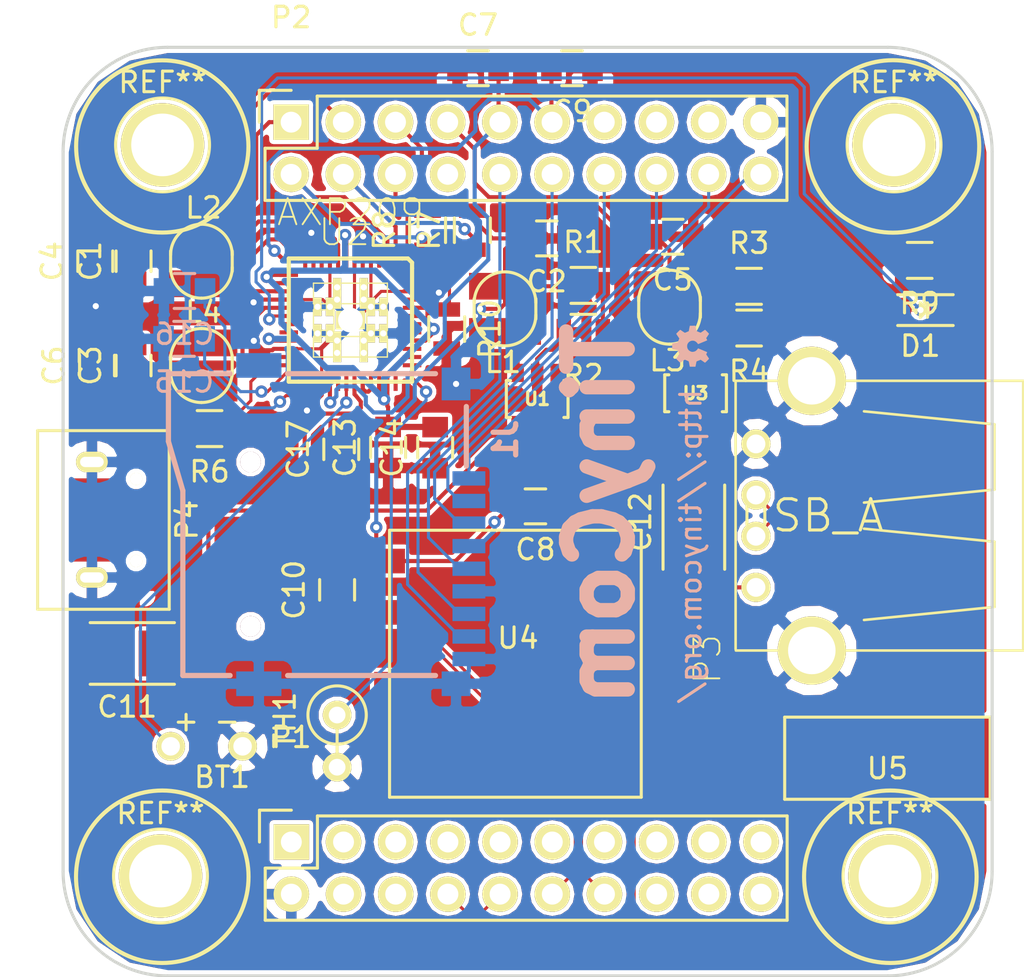
<source format=kicad_pcb>
(kicad_pcb (version 4) (host pcbnew 4.0.0-2.201511301920+6191~38~ubuntu14.04.1-stable)
  (layers (0 F.Cu signal) (31 B.Cu signal) (34 B.Paste user) (35 F.Paste user) (36 B.SilkS user) (37 F.SilkS user) (38 B.Mask user) (39 F.Mask user) (44 Edge.Cuts user))
  (net 0 "")
  (net 1 +5V)
  (net 2 GND)
  (net 3 VCC_15)
  (net 4 VCC_33)
  (net 5 "Net-(R1-Pad2)")
  (net 6 "Net-(L1-Pad1)")
  (net 7 "Net-(L3-Pad1)")
  (net 8 "Net-(R3-Pad2)")
  (net 9 SDC0_D1)
  (net 10 SDC0_D0)
  (net 11 SDC0_CLK)
  (net 12 SDC0_CMD)
  (net 13 SDC0_D3)
  (net 14 SDC0_D2)
  (net 15 "Net-(U4-Pad6)")
  (net 16 UD1_P)
  (net 17 UD1_N)
  (net 18 "Net-(U4-Pad5)")
  (net 19 "Net-(L2-Pad1)")
  (net 20 VCC_12_CPU)
  (net 21 "Net-(L4-Pad1)")
  (net 22 VCC_12_INT)
  (net 23 NMI_N)
  (net 24 TWI0_SCK)
  (net 25 TWI0_SDA)
  (net 26 VCC_30_ANL)
  (net 27 IPSOUT)
  (net 28 "Net-(R6-Pad1)")
  (net 29 UD0_P)
  (net 30 UD0_N)
  (net 31 "Net-(TH1-Pad1)")
  (net 32 "Net-(D1-Pad1)")
  (net 33 "Net-(D1-Pad2)")
  (net 34 "Net-(BT1-Pad1)")
  (net 35 "Net-(R10-Pad1)")
  (net 36 "Net-(C15-Pad2)")
  (net 37 "Net-(C16-Pad2)")
  (net 38 "Net-(U2-Pad32)")
  (net 39 VCC_13_RTC)
  (module tinycom:ml1220-bat (layer F.Cu) (at 131.445 113.284)
    (fp_text reference BT1 (at 0.75 1.5) (layer F.SilkS))
    (fp_text value Battery)
    (fp_text user - (at 1 -1.25) (layer F.SilkS))
    (fp_text user + (at -1 -1.25) (layer F.SilkS))
    (pad 1 thru_hole circle (at -1.75 0) (size 1.4 1.4) (drill 0.9) (layers *.Cu *.Mask F.SilkS) (net 34 "Net-(BT1-Pad1)"))
    (pad 2 thru_hole circle (at 1.75 0) (size 1.4 1.4) (drill 0.9) (layers *.Cu *.Mask F.SilkS) (net 2 GND))
  )
  (module tinycom:ax209 (layer F.Cu) (at 138.4427 92.52966 180)
    (fp_text reference U2 (at 0.29972 4.2799 180) (layer F.SilkS) (effects (font (size 1.27 1.27) (thickness 0.0889))))
    (fp_text value AXP209 (at 0 5.25 180) (layer F.SilkS) (effects (font (size 1.27 1.27) (thickness 0.0889))))
    (pad 1 smd rect (at -2.19964 2.99974 180) (size 0.19812 0.89916) (layers F.Cu F.Paste F.Mask) (net 25 TWI0_SDA))
    (pad 2 smd rect (at -1.79832 2.99974 180) (size 0.19812 0.89916) (layers F.Cu F.Paste F.Mask) (net 24 TWI0_SCK))
    (pad 3 smd rect (at -1.39954 2.99974 180) (size 0.19812 0.89916) (layers F.Cu F.Paste F.Mask))
    (pad 4 smd rect (at -0.99822 2.99974 180) (size 0.19812 0.89916) (layers F.Cu F.Paste F.Mask) (net 2 GND))
    (pad 5 smd rect (at -0.59944 2.99974 180) (size 0.19812 0.89916) (layers F.Cu F.Paste F.Mask))
    (pad 6 smd rect (at -0.19812 2.99974 180) (size 0.19812 0.89916) (layers F.Cu F.Paste F.Mask) (net 2 GND))
    (pad 7 smd rect (at 0.19812 2.99974 180) (size 0.19812 0.89916) (layers F.Cu F.Paste F.Mask) (net 27 IPSOUT))
    (pad 8 smd rect (at 0.59944 2.99974 180) (size 0.19812 0.89916) (layers F.Cu F.Paste F.Mask) (net 19 "Net-(L2-Pad1)"))
    (pad 9 smd rect (at 0.99822 2.99974 180) (size 0.19812 0.89916) (layers F.Cu F.Paste F.Mask) (net 2 GND))
    (pad 10 smd rect (at 1.39954 2.99974 180) (size 0.19812 0.89916) (layers F.Cu F.Paste F.Mask) (net 20 VCC_12_CPU))
    (pad 11 smd rect (at 1.79832 2.99974 180) (size 0.19812 0.89916) (layers F.Cu F.Paste F.Mask))
    (pad 12 smd rect (at 2.19964 2.99974 180) (size 0.19812 0.89916) (layers F.Cu F.Paste F.Mask) (net 26 VCC_30_ANL))
    (pad 13 smd rect (at 2.99974 2.19964 270) (size 0.19812 0.89916) (layers F.Cu F.Paste F.Mask) (net 27 IPSOUT))
    (pad 14 smd rect (at 2.99974 1.79832 270) (size 0.19812 0.89916) (layers F.Cu F.Paste F.Mask) (net 27 IPSOUT))
    (pad 15 smd rect (at 2.99974 1.39954 270) (size 0.19812 0.89916) (layers F.Cu F.Paste F.Mask) (net 21 "Net-(L4-Pad1)"))
    (pad 16 smd rect (at 2.99974 0.99822 270) (size 0.19812 0.89916) (layers F.Cu F.Paste F.Mask) (net 2 GND))
    (pad 17 smd rect (at 2.99974 0.59944 270) (size 0.19812 0.89916) (layers F.Cu F.Paste F.Mask) (net 22 VCC_12_INT))
    (pad 18 smd rect (at 2.99974 0.19812 270) (size 0.19812 0.89916) (layers F.Cu F.Paste F.Mask) (net 33 "Net-(D1-Pad2)"))
    (pad 19 smd rect (at 2.99974 -0.19812 270) (size 0.19812 0.89916) (layers F.Cu F.Paste F.Mask))
    (pad 20 smd rect (at 2.99974 -0.59944 270) (size 0.19812 0.89916) (layers F.Cu F.Paste F.Mask))
    (pad 21 smd rect (at 2.99974 -0.99822 270) (size 0.19812 0.89916) (layers F.Cu F.Paste F.Mask) (net 27 IPSOUT))
    (pad 22 smd rect (at 2.99974 -1.39954 270) (size 0.19812 0.89916) (layers F.Cu F.Paste F.Mask) (net 2 GND))
    (pad 23 smd rect (at 2.99974 -1.79832 270) (size 0.19812 0.89916) (layers F.Cu F.Paste F.Mask) (net 28 "Net-(R6-Pad1)"))
    (pad 24 smd rect (at 2.99974 -2.19964 270) (size 0.19812 0.89916) (layers F.Cu F.Paste F.Mask) (net 37 "Net-(C16-Pad2)"))
    (pad 25 smd rect (at 2.19964 -2.99974 180) (size 0.19812 0.89916) (layers F.Cu F.Paste F.Mask))
    (pad 26 smd rect (at 1.79832 -2.99974 180) (size 0.19812 0.89916) (layers F.Cu F.Paste F.Mask) (net 36 "Net-(C15-Pad2)"))
    (pad 27 smd rect (at 1.39954 -2.99974 180) (size 0.19812 0.89916) (layers F.Cu F.Paste F.Mask) (net 2 GND))
    (pad 28 smd rect (at 0.99822 -2.99974 180) (size 0.19812 0.89916) (layers F.Cu F.Paste F.Mask) (net 39 VCC_13_RTC))
    (pad 29 smd rect (at 0.59944 -2.99974 180) (size 0.19812 0.89916) (layers F.Cu F.Paste F.Mask))
    (pad 30 smd rect (at 0.19812 -2.99974 180) (size 0.19812 0.89916) (layers F.Cu F.Paste F.Mask) (net 34 "Net-(BT1-Pad1)"))
    (pad 31 smd rect (at -0.19812 -2.99974 180) (size 0.19812 0.89916) (layers F.Cu F.Paste F.Mask) (net 1 +5V))
    (pad 32 smd rect (at -0.59944 -2.99974 180) (size 0.19812 0.89916) (layers F.Cu F.Paste F.Mask) (net 38 "Net-(U2-Pad32)"))
    (pad 33 smd rect (at -0.99822 -2.99974 180) (size 0.19812 0.89916) (layers F.Cu F.Paste F.Mask) (net 38 "Net-(U2-Pad32)"))
    (pad 34 smd rect (at -1.39954 -2.99974 180) (size 0.19812 0.89916) (layers F.Cu F.Paste F.Mask) (net 27 IPSOUT))
    (pad 35 smd rect (at -1.79832 -2.99974 180) (size 0.19812 0.89916) (layers F.Cu F.Paste F.Mask) (net 27 IPSOUT))
    (pad 36 smd rect (at -2.19964 -2.99974 180) (size 0.19812 0.89916) (layers F.Cu F.Paste F.Mask))
    (pad 37 smd rect (at -2.99974 -2.19964 270) (size 0.19812 0.89916) (layers F.Cu F.Paste F.Mask) (net 31 "Net-(TH1-Pad1)"))
    (pad 38 smd rect (at -2.99974 -1.79832 270) (size 0.19812 0.89916) (layers F.Cu F.Paste F.Mask))
    (pad 39 smd rect (at -2.99974 -1.39954 270) (size 0.19812 0.89916) (layers F.Cu F.Paste F.Mask))
    (pad 40 smd rect (at -2.99974 -0.99822 270) (size 0.19812 0.89916) (layers F.Cu F.Paste F.Mask) (net 27 IPSOUT))
    (pad 41 smd rect (at -2.99974 -0.59944 270) (size 0.19812 0.89916) (layers F.Cu F.Paste F.Mask))
    (pad 42 smd rect (at -2.99974 -0.19812 270) (size 0.19812 0.89916) (layers F.Cu F.Paste F.Mask))
    (pad 43 smd rect (at -2.99974 0.19812 270) (size 0.19812 0.89916) (layers F.Cu F.Paste F.Mask))
    (pad 44 smd rect (at -2.99974 0.59944 270) (size 0.19812 0.89916) (layers F.Cu F.Paste F.Mask) (net 27 IPSOUT))
    (pad 45 smd rect (at -2.99974 0.99822 270) (size 0.19812 0.89916) (layers F.Cu F.Paste F.Mask))
    (pad 46 smd rect (at -2.99974 1.39954 270) (size 0.19812 0.89916) (layers F.Cu F.Paste F.Mask) (net 2 GND))
    (pad 47 smd rect (at -2.99974 1.79832 270) (size 0.19812 0.89916) (layers F.Cu F.Paste F.Mask) (net 35 "Net-(R10-Pad1)"))
    (pad 48 smd rect (at -2.99974 2.19964 270) (size 0.19812 0.89916) (layers F.Cu F.Paste F.Mask) (net 23 NMI_N))
    (pad N1 thru_hole rect (at 0 0 180) (size 1.4224 0.89916) (drill 1.19888) (layers *.Cu F.Paste F.SilkS F.Mask) (net 2 GND))
    (pad N1 thru_hole rect (at -1.59766 -0.6477 180) (size 0.39878 0.89916) (drill 0.29972) (layers *.Cu F.Paste F.SilkS F.Mask) (net 2 GND))
    (pad N1 thru_hole rect (at -0.99822 -0.6477 180) (size 0.39878 0.89916) (drill 0.29972) (layers *.Cu F.Paste F.SilkS F.Mask) (net 2 GND))
    (pad N1 thru_hole rect (at -1.59766 0.6477 180) (size 0.39878 0.89916) (drill 0.29972) (layers *.Cu F.Paste F.SilkS F.Mask) (net 2 GND))
    (pad N1 thru_hole rect (at -0.99822 0.6477 180) (size 0.39878 0.89916) (drill 0.29972) (layers *.Cu F.Paste F.SilkS F.Mask) (net 2 GND))
    (pad N1 thru_hole rect (at -0.6477 1.59766 180) (size 0.39878 0.89916) (drill 0.29972) (layers *.Cu F.Paste F.SilkS F.Mask) (net 2 GND))
    (pad N1 thru_hole rect (at -0.6477 0.99822 180) (size 0.39878 0.89916) (drill 0.29972) (layers *.Cu F.Paste F.SilkS F.Mask) (net 2 GND))
    (pad N1 thru_hole rect (at 0.6477 1.59766 180) (size 0.39878 0.89916) (drill 0.29972) (layers *.Cu F.Paste F.SilkS F.Mask) (net 2 GND))
    (pad N1 thru_hole rect (at 0.6477 0.99822 180) (size 0.39878 0.89916) (drill 0.29972) (layers *.Cu F.Paste F.SilkS F.Mask) (net 2 GND))
    (pad N1 thru_hole rect (at 1.59766 0.6477 180) (size 0.39878 0.89916) (drill 0.29972) (layers *.Cu F.Paste F.SilkS F.Mask) (net 2 GND))
    (pad N1 thru_hole rect (at 0.99822 0.6477 180) (size 0.39878 0.89916) (drill 0.29972) (layers *.Cu F.Paste F.SilkS F.Mask) (net 2 GND))
    (pad N1 thru_hole rect (at 1.59766 -0.6477 180) (size 0.39878 0.89916) (drill 0.29972) (layers *.Cu F.Paste F.SilkS F.Mask) (net 2 GND))
    (pad N1 thru_hole rect (at 0.99822 -0.6477 180) (size 0.39878 0.89916) (drill 0.29972) (layers *.Cu F.Paste F.SilkS F.Mask) (net 2 GND))
    (pad N1 thru_hole rect (at 0.6477 -1.59766 180) (size 0.39878 0.89916) (drill 0.29972) (layers *.Cu F.Paste F.SilkS F.Mask) (net 2 GND))
    (pad N1 thru_hole rect (at 0.6477 -0.99822 180) (size 0.39878 0.89916) (drill 0.29972) (layers *.Cu F.Paste F.SilkS F.Mask) (net 2 GND))
    (pad N1 thru_hole rect (at -0.6477 -1.59766 180) (size 0.39878 0.89916) (drill 0.29972) (layers *.Cu F.Paste F.SilkS F.Mask) (net 2 GND))
    (pad N1 thru_hole rect (at -0.6477 -0.99822 180) (size 0.39878 0.89916) (drill 0.29972) (layers *.Cu F.Paste F.SilkS F.Mask) (net 2 GND))
  )
  (module tinycom:SDCARD (layer B.Cu) (at 136.83488 102.48646 180)
    (fp_text reference J1 (at -9.15416 4.1275 450) (layer B.SilkS) (effects (font (size 1.1 1.1) (thickness 0.254)) (justify mirror)))
    (fp_text value MICRO_SD_HINGE)
    (pad 1 smd rect (at -7.37362 2.2479 270) (size 0.6985 1.59766) (layers B.Cu B.Paste B.Mask) (net 14 SDC0_D2) (clearance 0.0508))
    (pad 2 smd rect (at -7.37362 1.14808 270) (size 0.6985 1.59766) (layers B.Cu B.Paste B.Mask) (net 13 SDC0_D3) (clearance 0.0508))
    (pad 3 smd rect (at -7.37362 0.04826 270) (size 0.6985 1.59766) (layers B.Cu B.Paste B.Mask) (net 12 SDC0_CMD) (clearance 0.0508))
    (pad 4 smd rect (at -7.37362 -1.04902 270) (size 0.6985 1.59766) (layers B.Cu B.Paste B.Mask) (net 4 VCC_33) (clearance 0.0508))
    (pad 5 smd rect (at -7.37362 -2.14884 270) (size 0.6985 1.59766) (layers B.Cu B.Paste B.Mask) (net 11 SDC0_CLK) (clearance 0.0508))
    (pad 6 smd rect (at -7.37362 -3.24866 270) (size 0.6985 1.59766) (layers B.Cu B.Paste B.Mask) (net 2 GND) (clearance 0.0508))
    (pad 7 smd rect (at -7.37362 -4.34848 270) (size 0.6985 1.59766) (layers B.Cu B.Paste B.Mask) (net 10 SDC0_D0) (clearance 0.0508))
    (pad 8 smd rect (at -7.37362 -5.4483 270) (size 0.6985 1.59766) (layers B.Cu B.Paste B.Mask) (net 9 SDC0_D1) (clearance 0.0508))
    (pad 9 smd rect (at -7.37362 -6.54812 270) (size 0.6985 1.59766) (layers B.Cu B.Paste B.Mask) (net 2 GND) (clearance 0.0508))
    (pad 10 smd rect (at -6.74878 -7.74954 270) (size 1.19888 1.39954) (layers B.Cu B.Paste B.Mask) (net 2 GND) (clearance 0.0508))
    (pad 11 smd rect (at -6.74878 6.84784 270) (size 1.59766 1.39954) (layers B.Cu B.Paste B.Mask) (net 2 GND) (clearance 0.0508))
    (pad 12 smd rect (at 2.84988 -7.74954 270) (size 1.19888 2.19964) (layers B.Cu B.Paste B.Mask) (net 2 GND) (clearance 0.0508))
    (pad 13 smd rect (at 2.84988 7.74954 270) (size 1.19888 2.19964) (layers B.Cu B.Paste B.Mask) (clearance 0.0508))
    (pad 14 thru_hole circle (at 3.2512 3.048 180) (size 1 1) (drill 1) (layers *.Cu *.Mask B.SilkS))
    (pad 15 thru_hole circle (at 3.2512 -4.953 180) (size 1 1) (drill 1) (layers *.Cu *.Mask B.SilkS))
  )
  (module Capacitors_SMD:C_0805 (layer F.Cu) (at 147.447 101.6 180)
    (fp_text reference C8 (at 0 -2.1 180) (layer F.SilkS))
    (fp_text value C_Small)
    (pad 1 smd rect (at -1 0 180) (size 1 1.25) (layers F.Cu F.Paste F.Mask) (net 2 GND))
    (pad 2 smd rect (at 1 0 180) (size 1 1.25) (layers F.Cu F.Paste F.Mask) (net 4 VCC_33))
  )
  (module opendous:SOT23-5_Opendous (layer F.Cu) (at 155.239951 96.092415 180)
    (fp_text reference U3 (at 0 0 180) (layer F.SilkS) (effects (font (size 0.6096 0.6096) (thickness 0.1524))))
    (fp_text value SY8008BAAC hide)
    (pad 5 smd rect (at -0.9525 -1.27 180) (size 0.6096 0.889) (layers F.Cu F.Paste F.Mask) (net 8 "Net-(R3-Pad2)"))
    (pad 4 smd rect (at 0.9525 -1.27 180) (size 0.6096 0.889) (layers F.Cu F.Paste F.Mask) (net 1 +5V))
    (pad 3 smd rect (at 0.9525 1.27 180) (size 0.6096 0.889) (layers F.Cu F.Paste F.Mask) (net 7 "Net-(L3-Pad1)"))
    (pad 2 smd rect (at 0 1.27 180) (size 0.6096 0.889) (layers F.Cu F.Paste F.Mask) (net 2 GND))
    (pad 1 smd rect (at -0.9525 1.27 180) (size 0.6096 0.889) (layers F.Cu F.Paste F.Mask) (net 1 +5V))
  )
  (module opendous:SOT23-5_Opendous (layer F.Cu) (at 147.532046 96.371012 180)
    (fp_text reference U1 (at 0 0 180) (layer F.SilkS) (effects (font (size 0.6096 0.6096) (thickness 0.1524))))
    (fp_text value SY8008BAAC hide)
    (pad 5 smd rect (at -0.9525 -1.27 180) (size 0.6096 0.889) (layers F.Cu F.Paste F.Mask) (net 5 "Net-(R1-Pad2)"))
    (pad 4 smd rect (at 0.9525 -1.27 180) (size 0.6096 0.889) (layers F.Cu F.Paste F.Mask) (net 1 +5V))
    (pad 3 smd rect (at 0.9525 1.27 180) (size 0.6096 0.889) (layers F.Cu F.Paste F.Mask) (net 6 "Net-(L1-Pad1)"))
    (pad 2 smd rect (at 0 1.27 180) (size 0.6096 0.889) (layers F.Cu F.Paste F.Mask) (net 2 GND))
    (pad 1 smd rect (at -0.9525 1.27 180) (size 0.6096 0.889) (layers F.Cu F.Paste F.Mask) (net 1 +5V))
  )
  (module Resistors_SMD:R_0805 (layer F.Cu) (at 149.776546 90.838412)
    (fp_text reference R1 (at 0 -2.1) (layer F.SilkS))
    (fp_text value R_Small)
    (pad 1 smd rect (at -0.95 0) (size 0.7 1.3) (layers F.Cu F.Paste F.Mask) (net 4 VCC_33))
    (pad 2 smd rect (at 0.95 0) (size 0.7 1.3) (layers F.Cu F.Paste F.Mask) (net 5 "Net-(R1-Pad2)"))
  )
  (module Resistors_SMD:R_0805 (layer F.Cu) (at 149.776546 93.124412 180)
    (fp_text reference R2 (at 0 -2.1 180) (layer F.SilkS))
    (fp_text value R_Small)
    (pad 1 smd rect (at -0.95 0 180) (size 0.7 1.3) (layers F.Cu F.Paste F.Mask) (net 5 "Net-(R1-Pad2)"))
    (pad 2 smd rect (at 0.95 0 180) (size 0.7 1.3) (layers F.Cu F.Paste F.Mask) (net 2 GND))
  )
  (module Resistors_SMD:R_0805 (layer F.Cu) (at 157.844451 90.884115)
    (fp_text reference R3 (at 0 -2.1) (layer F.SilkS))
    (fp_text value R_Small)
    (pad 1 smd rect (at -0.95 0) (size 0.7 1.3) (layers F.Cu F.Paste F.Mask) (net 3 VCC_15))
    (pad 2 smd rect (at 0.95 0) (size 0.7 1.3) (layers F.Cu F.Paste F.Mask) (net 8 "Net-(R3-Pad2)"))
  )
  (module Resistors_SMD:R_0805 (layer F.Cu) (at 157.844451 92.916115 180)
    (fp_text reference R4 (at 0 -2.1 180) (layer F.SilkS))
    (fp_text value R_Small)
    (pad 1 smd rect (at -0.95 0 180) (size 0.7 1.3) (layers F.Cu F.Paste F.Mask) (net 8 "Net-(R3-Pad2)"))
    (pad 2 smd rect (at 0.95 0 180) (size 0.7 1.3) (layers F.Cu F.Paste F.Mask) (net 2 GND))
  )
  (module cd32:CD32 (layer F.Cu) (at 145.966546 91.981412 180)
    (fp_text reference L1 (at 0.1 -2.6 180) (layer F.SilkS))
    (fp_text value "SMD-INDUCTOR-2.2UH-20%-1.2A(0805)" hide)
    (pad 1 smd rect (at 0 -1.1 180) (size 3.5 1.3) (layers F.Cu F.Paste F.Mask) (net 6 "Net-(L1-Pad1)"))
    (pad 2 smd rect (at 0 1.1 180) (size 3.5 1.3) (layers F.Cu F.Paste F.Mask) (net 4 VCC_33))
  )
  (module cd32:CD32 (layer F.Cu) (at 153.973451 91.900115 180)
    (fp_text reference L3 (at 0.1 -2.6 180) (layer F.SilkS))
    (fp_text value "SMD-INDUCTOR-2.2UH-20%-1.2A(0805)" hide)
    (pad 1 smd rect (at 0 -1.1 180) (size 3.5 1.3) (layers F.Cu F.Paste F.Mask) (net 7 "Net-(L3-Pad1)"))
    (pad 2 smd rect (at 0 1.1 180) (size 3.5 1.3) (layers F.Cu F.Paste F.Mask) (net 3 VCC_15))
  )
  (module tinycom:tc-con-usb-USB-A-H (layer F.Cu) (at 160.897 102.052 180)
    (fp_text reference P3 (at 5.08 -6.985 450) (layer F.SilkS) (effects (font (size 1.27 1.27) (thickness 0.0889))))
    (fp_text value USB_A (at 0 0 180) (layer F.SilkS))
    (pad 3 thru_hole circle (at 2.7178 1.0033 180) (size 1.4224 1.4224) (drill 0.9144) (layers *.Cu F.Paste F.SilkS F.Mask) (net 29 UD0_P))
    (pad 2 thru_hole circle (at 2.7178 -1.0033 180) (size 1.4224 1.4224) (drill 0.9144) (layers *.Cu F.Paste F.SilkS F.Mask) (net 30 UD0_N))
    (pad 4 thru_hole circle (at 2.7178 3.4925 180) (size 1.4224 1.4224) (drill 0.9144) (layers *.Cu F.Paste F.SilkS F.Mask) (net 2 GND))
    (pad 5 thru_hole circle (at 0 6.5659 180) (size 3.3274 3.3274) (drill 2.3114) (layers *.Cu F.Paste F.SilkS F.Mask) (net 2 GND))
    (pad 5 thru_hole circle (at 0 -6.5659 180) (size 3.3274 3.3274) (drill 2.3114) (layers *.Cu F.Paste F.SilkS F.Mask) (net 2 GND))
    (pad 1 thru_hole circle (at 2.7178 -3.4925 180) (size 1.4224 1.4224) (drill 0.9144) (layers *.Cu F.Paste F.SilkS F.Mask) (net 1 +5V))
  )
  (module tinycom:tc-USB_Micro-B (layer F.Cu) (at 127.037 102.262 270)
    (fp_text reference P4 (at 0 -3.45 270) (layer F.SilkS))
    (fp_text value USB_OTG)
    (pad 1 smd rect (at -1.3009 -1.81254) (size 2.1 0.4) (layers F.Cu F.Paste F.Mask) (net 1 +5V))
    (pad 2 smd rect (at -0.6509 -1.81254) (size 2.1 0.4) (layers F.Cu F.Paste F.Mask))
    (pad 3 smd rect (at -0.0009 -1.81254) (size 2.1 0.4) (layers F.Cu F.Paste F.Mask))
    (pad 4 smd rect (at 0.6491 -1.81254) (size 2.1 0.4) (layers F.Cu F.Paste F.Mask) (net 2 GND))
    (pad 5 smd rect (at 1.2991 -1.81254) (size 2.1 0.4) (layers F.Cu F.Paste F.Mask) (net 2 GND))
    (pad 6 thru_hole oval (at -2.825 1.175) (size 1.55 1) (drill oval 1.15 0.5) (layers *.Cu *.Mask F.SilkS) (net 2 GND))
    (pad 6 thru_hole oval (at 2.8 1.175) (size 1.55 1) (drill oval 1.15 0.5) (layers *.Cu *.Mask F.SilkS) (net 2 GND))
    (pad "" np_thru_hole circle (at -2 -0.975 270) (size 0.6 0.6) (drill 0.6) (layers *.Cu *.Mask F.SilkS))
    (pad "" np_thru_hole circle (at 2 -0.975 270) (size 0.6 0.6) (drill 0.6) (layers *.Cu *.Mask F.SilkS))
    (pad 6 smd rect (at -1.075 1.175) (size 1.9 1.9) (layers F.Cu F.Paste F.Mask) (net 2 GND))
    (pad 6 smd rect (at 1.075 1.175) (size 1.9 1.9) (layers F.Cu F.Paste F.Mask) (net 2 GND))
    (pad 6 smd rect (at -3.2 -0.9) (size 1 1) (layers F.Cu F.Paste F.Mask) (net 2 GND))
    (pad 6 smd rect (at 3.2 -0.9) (size 1 1) (layers F.Cu F.Paste F.Mask) (net 2 GND))
  )
  (module Capacitors_Tantalum_SMD:TantalC_SizeB_EIA-3528_Reflow (layer F.Cu) (at 155.157 102.362 90)
    (fp_text reference C12 (at 0 -2.6 90) (layer F.SilkS))
    (fp_text value CP_Small)
    (pad 2 smd rect (at 1.46 0 90) (size 1.8 2.23) (layers F.Cu F.Paste F.Mask) (net 2 GND))
    (pad 1 smd rect (at -1.46 0 90) (size 1.8 2.23) (layers F.Cu F.Paste F.Mask) (net 1 +5V))
  )
  (module Socket_Strips:Socket_Strip_Straight_2x10 (layer F.Cu) (at 135.567 117.942)
    (fp_text reference P1 (at 0 -5.1) (layer F.SilkS))
    (fp_text value CONN_02X10)
    (pad 1 thru_hole rect (at 0 0) (size 1.7272 1.7272) (drill 1.016) (layers *.Cu *.Mask F.SilkS))
    (pad 2 thru_hole oval (at 0 2.54) (size 1.7272 1.7272) (drill 1.016) (layers *.Cu *.Mask F.SilkS) (net 2 GND))
    (pad 3 thru_hole oval (at 2.54 0) (size 1.7272 1.7272) (drill 1.016) (layers *.Cu *.Mask F.SilkS))
    (pad 4 thru_hole oval (at 2.54 2.54) (size 1.7272 1.7272) (drill 1.016) (layers *.Cu *.Mask F.SilkS))
    (pad 5 thru_hole oval (at 5.08 0) (size 1.7272 1.7272) (drill 1.016) (layers *.Cu *.Mask F.SilkS))
    (pad 6 thru_hole oval (at 5.08 2.54) (size 1.7272 1.7272) (drill 1.016) (layers *.Cu *.Mask F.SilkS))
    (pad 7 thru_hole oval (at 7.62 0) (size 1.7272 1.7272) (drill 1.016) (layers *.Cu *.Mask F.SilkS))
    (pad 8 thru_hole oval (at 7.62 2.54) (size 1.7272 1.7272) (drill 1.016) (layers *.Cu *.Mask F.SilkS) (net 29 UD0_P))
    (pad 9 thru_hole oval (at 10.16 0) (size 1.7272 1.7272) (drill 1.016) (layers *.Cu *.Mask F.SilkS))
    (pad 10 thru_hole oval (at 10.16 2.54) (size 1.7272 1.7272) (drill 1.016) (layers *.Cu *.Mask F.SilkS) (net 30 UD0_N))
    (pad 11 thru_hole oval (at 12.7 0) (size 1.7272 1.7272) (drill 1.016) (layers *.Cu *.Mask F.SilkS))
    (pad 12 thru_hole oval (at 12.7 2.54) (size 1.7272 1.7272) (drill 1.016) (layers *.Cu *.Mask F.SilkS) (net 16 UD1_P))
    (pad 13 thru_hole oval (at 15.24 0) (size 1.7272 1.7272) (drill 1.016) (layers *.Cu *.Mask F.SilkS))
    (pad 14 thru_hole oval (at 15.24 2.54) (size 1.7272 1.7272) (drill 1.016) (layers *.Cu *.Mask F.SilkS) (net 17 UD1_N))
    (pad 15 thru_hole oval (at 17.78 0) (size 1.7272 1.7272) (drill 1.016) (layers *.Cu *.Mask F.SilkS))
    (pad 16 thru_hole oval (at 17.78 2.54) (size 1.7272 1.7272) (drill 1.016) (layers *.Cu *.Mask F.SilkS))
    (pad 17 thru_hole oval (at 20.32 0) (size 1.7272 1.7272) (drill 1.016) (layers *.Cu *.Mask F.SilkS))
    (pad 18 thru_hole oval (at 20.32 2.54) (size 1.7272 1.7272) (drill 1.016) (layers *.Cu *.Mask F.SilkS))
    (pad 19 thru_hole oval (at 22.86 0) (size 1.7272 1.7272) (drill 1.016) (layers *.Cu *.Mask F.SilkS))
    (pad 20 thru_hole oval (at 22.86 2.54) (size 1.7272 1.7272) (drill 1.016) (layers *.Cu *.Mask F.SilkS))
  )
  (module Socket_Strips:Socket_Strip_Straight_2x10 (layer F.Cu) (at 135.557 82.892)
    (fp_text reference P2 (at 0 -5.1) (layer F.SilkS))
    (fp_text value CONN_02X10)
    (pad 1 thru_hole rect (at 0 0) (size 1.7272 1.7272) (drill 1.016) (layers *.Cu *.Mask F.SilkS) (net 20 VCC_12_CPU))
    (pad 2 thru_hole oval (at 0 2.54) (size 1.7272 1.7272) (drill 1.016) (layers *.Cu *.Mask F.SilkS) (net 24 TWI0_SCK))
    (pad 3 thru_hole oval (at 2.54 0) (size 1.7272 1.7272) (drill 1.016) (layers *.Cu *.Mask F.SilkS) (net 22 VCC_12_INT))
    (pad 4 thru_hole oval (at 2.54 2.54) (size 1.7272 1.7272) (drill 1.016) (layers *.Cu *.Mask F.SilkS) (net 25 TWI0_SDA))
    (pad 5 thru_hole oval (at 5.08 0) (size 1.7272 1.7272) (drill 1.016) (layers *.Cu *.Mask F.SilkS) (net 4 VCC_33))
    (pad 6 thru_hole oval (at 5.08 2.54) (size 1.7272 1.7272) (drill 1.016) (layers *.Cu *.Mask F.SilkS) (net 23 NMI_N))
    (pad 7 thru_hole oval (at 7.62 0) (size 1.7272 1.7272) (drill 1.016) (layers *.Cu *.Mask F.SilkS) (net 3 VCC_15))
    (pad 8 thru_hole oval (at 7.62 2.54) (size 1.7272 1.7272) (drill 1.016) (layers *.Cu *.Mask F.SilkS))
    (pad 9 thru_hole oval (at 10.16 0) (size 1.7272 1.7272) (drill 1.016) (layers *.Cu *.Mask F.SilkS) (net 39 VCC_13_RTC))
    (pad 10 thru_hole oval (at 10.16 2.54) (size 1.7272 1.7272) (drill 1.016) (layers *.Cu *.Mask F.SilkS) (net 9 SDC0_D1))
    (pad 11 thru_hole oval (at 12.7 0) (size 1.7272 1.7272) (drill 1.016) (layers *.Cu *.Mask F.SilkS) (net 26 VCC_30_ANL))
    (pad 12 thru_hole oval (at 12.7 2.54) (size 1.7272 1.7272) (drill 1.016) (layers *.Cu *.Mask F.SilkS) (net 10 SDC0_D0))
    (pad 13 thru_hole oval (at 15.24 0) (size 1.7272 1.7272) (drill 1.016) (layers *.Cu *.Mask F.SilkS))
    (pad 14 thru_hole oval (at 15.24 2.54) (size 1.7272 1.7272) (drill 1.016) (layers *.Cu *.Mask F.SilkS) (net 11 SDC0_CLK))
    (pad 15 thru_hole oval (at 17.78 0) (size 1.7272 1.7272) (drill 1.016) (layers *.Cu *.Mask F.SilkS))
    (pad 16 thru_hole oval (at 17.78 2.54) (size 1.7272 1.7272) (drill 1.016) (layers *.Cu *.Mask F.SilkS) (net 12 SDC0_CMD))
    (pad 17 thru_hole oval (at 20.32 0) (size 1.7272 1.7272) (drill 1.016) (layers *.Cu *.Mask F.SilkS))
    (pad 18 thru_hole oval (at 20.32 2.54) (size 1.7272 1.7272) (drill 1.016) (layers *.Cu *.Mask F.SilkS) (net 13 SDC0_D3))
    (pad 19 thru_hole oval (at 22.86 0) (size 1.7272 1.7272) (drill 1.016) (layers *.Cu *.Mask F.SilkS) (net 2 GND))
    (pad 20 thru_hole oval (at 22.86 2.54) (size 1.7272 1.7272) (drill 1.016) (layers *.Cu *.Mask F.SilkS) (net 14 SDC0_D2))
  )
  (module tinycom:RTL8188 (layer F.Cu) (at 146.347 109.012 180)
    (fp_text reference U4 (at -0.25 1 180) (layer F.SilkS))
    (fp_text value RTL8188)
    (pad 1 smd rect (at 6 -3.75 180) (size 1.5 1.2) (layers F.Cu F.Paste F.Mask) (net 2 GND))
    (pad 2 smd rect (at 6 -1.25 180) (size 1.5 1.2) (layers F.Cu F.Paste F.Mask) (net 16 UD1_P))
    (pad 3 smd rect (at 6 2.25 180) (size 1.5 1.2) (layers F.Cu F.Paste F.Mask) (net 17 UD1_N))
    (pad 4 smd rect (at 6 4.75 180) (size 1.5 1.2) (layers F.Cu F.Paste F.Mask) (net 4 VCC_33))
    (pad 5 smd rect (at -6.25 -4.25 180) (size 1.5 1.2) (layers F.Cu F.Paste F.Mask) (net 18 "Net-(U4-Pad5)"))
    (pad 6 smd rect (at -6.25 -2.25 180) (size 1.5 1.2) (layers F.Cu F.Paste F.Mask) (net 15 "Net-(U4-Pad6)"))
  )
  (module tinycom:rainsun-antenna (layer F.Cu) (at 164.577 113.862)
    (fp_text reference U5 (at 0 0.5) (layer F.SilkS))
    (fp_text value rainsun-antenna)
    (pad 2 smd rect (at 4 0) (size 2 4) (layers F.Cu F.Paste F.Mask) (net 18 "Net-(U4-Pad5)"))
    (pad 1 smd rect (at -4 0) (size 2 4) (layers F.Cu F.Paste F.Mask) (net 15 "Net-(U4-Pad6)"))
  )
  (module Capacitors_Tantalum_SMD:TantalC_SizeB_EIA-3528_Reflow (layer F.Cu) (at 127.577 108.762 180)
    (fp_text reference C11 (at 0 -2.6 180) (layer F.SilkS))
    (fp_text value CP_Small)
    (pad 2 smd rect (at 1.46 0 180) (size 1.8 2.23) (layers F.Cu F.Paste F.Mask) (net 2 GND))
    (pad 1 smd rect (at -1.46 0 180) (size 1.8 2.23) (layers F.Cu F.Paste F.Mask) (net 1 +5V))
  )
  (module cd32:CD32 (layer F.Cu) (at 131.191 89.662)
    (fp_text reference L2 (at 0.1 -2.6) (layer F.SilkS))
    (fp_text value "SMD-INDUCTOR-2.2UH-20%-1.2A(0805)" hide)
    (pad 1 smd rect (at 0 -1.1) (size 3.5 1.3) (layers F.Cu F.Paste F.Mask) (net 19 "Net-(L2-Pad1)"))
    (pad 2 smd rect (at 0 1.1) (size 3.5 1.3) (layers F.Cu F.Paste F.Mask) (net 20 VCC_12_CPU))
  )
  (module cd32:CD32 (layer F.Cu) (at 131.191 94.742)
    (fp_text reference L4 (at 0.1 -2.6) (layer F.SilkS))
    (fp_text value "SMD-INDUCTOR-2.2UH-20%-1.2A(0805)" hide)
    (pad 1 smd rect (at 0 -1.1) (size 3.5 1.3) (layers F.Cu F.Paste F.Mask) (net 21 "Net-(L4-Pad1)"))
    (pad 2 smd rect (at 0 1.1) (size 3.5 1.3) (layers F.Cu F.Paste F.Mask) (net 22 VCC_12_INT))
  )
  (module Capacitors_SMD:C_0805 (layer F.Cu) (at 126.026001 89.662 90)
    (fp_text reference C4 (at 0 -2.1 90) (layer F.SilkS))
    (fp_text value C_Small)
    (pad 1 smd rect (at -1 0 90) (size 1 1.25) (layers F.Cu F.Paste F.Mask) (net 2 GND))
    (pad 2 smd rect (at 1 0 90) (size 1 1.25) (layers F.Cu F.Paste F.Mask) (net 20 VCC_12_CPU))
  )
  (module Capacitors_SMD:C_0805 (layer F.Cu) (at 126.111 94.742 90)
    (fp_text reference C6 (at 0 -2.1 90) (layer F.SilkS))
    (fp_text value C_Small)
    (pad 1 smd rect (at -1 0 90) (size 1 1.25) (layers F.Cu F.Paste F.Mask) (net 2 GND))
    (pad 2 smd rect (at 1 0 90) (size 1 1.25) (layers F.Cu F.Paste F.Mask) (net 22 VCC_12_INT))
  )
  (module Capacitors_SMD:C_0805 (layer F.Cu) (at 144.653 80.264)
    (fp_text reference C7 (at 0 -2.1) (layer F.SilkS))
    (fp_text value C_Small)
    (pad 1 smd rect (at -1 0) (size 1 1.25) (layers F.Cu F.Paste F.Mask) (net 2 GND))
    (pad 2 smd rect (at 1 0) (size 1 1.25) (layers F.Cu F.Paste F.Mask) (net 39 VCC_13_RTC))
  )
  (module Capacitors_SMD:C_0805 (layer F.Cu) (at 149.225 80.264 180)
    (fp_text reference C9 (at 0 -2.1 180) (layer F.SilkS))
    (fp_text value C_Small)
    (pad 1 smd rect (at -1 0 180) (size 1 1.25) (layers F.Cu F.Paste F.Mask) (net 2 GND))
    (pad 2 smd rect (at 1 0 180) (size 1 1.25) (layers F.Cu F.Paste F.Mask) (net 26 VCC_30_ANL))
  )
  (module Capacitors_SMD:C_0805 (layer F.Cu) (at 137.795 105.664 90)
    (fp_text reference C10 (at 0 -2.1 90) (layer F.SilkS))
    (fp_text value C_Small)
    (pad 1 smd rect (at -1 0 90) (size 1 1.25) (layers F.Cu F.Paste F.Mask) (net 2 GND))
    (pad 2 smd rect (at 1 0 90) (size 1 1.25) (layers F.Cu F.Paste F.Mask) (net 4 VCC_33))
  )
  (module Resistors_SMD:R_0805 (layer F.Cu) (at 131.587 97.812 180)
    (fp_text reference R6 (at 0 -2.1 180) (layer F.SilkS))
    (fp_text value 200K)
    (pad 1 smd rect (at -0.95 0 180) (size 0.7 1.3) (layers F.Cu F.Paste F.Mask) (net 28 "Net-(R6-Pad1)"))
    (pad 2 smd rect (at 0.95 0 180) (size 0.7 1.3) (layers F.Cu F.Paste F.Mask) (net 2 GND))
  )
  (module Connect:1pin (layer F.Cu) (at 164.9 84)
    (fp_text reference REF** (at 0 -3.048) (layer F.SilkS))
    (fp_text value 1pin)
    (pad 1 thru_hole circle (at 0 0) (size 4.064 4.064) (drill 3.048) (layers *.Cu *.Mask F.SilkS))
  )
  (module Connect:1pin (layer F.Cu) (at 129.3 84)
    (fp_text reference REF** (at 0 -3.048) (layer F.SilkS))
    (fp_text value 1pin)
    (pad 2 thru_hole circle (at 0 0) (size 4.064 4.064) (drill 3.048) (layers *.Cu *.Mask F.SilkS))
  )
  (module Connect:1pin (layer F.Cu) (at 129.2 119.6)
    (fp_text reference REF** (at 0 -3.048) (layer F.SilkS))
    (fp_text value 1pin)
    (pad 3 thru_hole circle (at 0 0) (size 4.064 4.064) (drill 3.048) (layers *.Cu *.Mask F.SilkS))
  )
  (module Connect:1pin (layer F.Cu) (at 164.7 119.6)
    (fp_text reference REF** (at 0 -3.048) (layer F.SilkS))
    (fp_text value 1pin)
    (pad 4 thru_hole circle (at 0 0) (size 4.064 4.064) (drill 3.048) (layers *.Cu *.Mask F.SilkS))
  )
  (module Resistors_SMD:R_0805 (layer F.Cu) (at 144.377 88.153946 90)
    (fp_text reference R7 (at 0 -2.1 90) (layer F.SilkS))
    (fp_text value 2.2K)
    (pad 1 smd rect (at -0.95 0 90) (size 0.7 1.3) (layers F.Cu F.Paste F.Mask) (net 25 TWI0_SDA))
    (pad 2 smd rect (at 0.95 0 90) (size 0.7 1.3) (layers F.Cu F.Paste F.Mask) (net 4 VCC_33))
  )
  (module Resistors_SMD:R_0805 (layer F.Cu) (at 142.196581 88.153946 90)
    (fp_text reference R8 (at 0 -2.1 90) (layer F.SilkS))
    (fp_text value 2.2K)
    (pad 1 smd rect (at -0.95 0 90) (size 0.7 1.3) (layers F.Cu F.Paste F.Mask) (net 24 TWI0_SCK))
    (pad 2 smd rect (at 0.95 0 90) (size 0.7 1.3) (layers F.Cu F.Paste F.Mask) (net 4 VCC_33))
  )
  (module Capacitors_SMD:C_0805 (layer F.Cu) (at 140.277 98.732 90)
    (fp_text reference C13 (at 0 -2.1 90) (layer F.SilkS))
    (fp_text value 10uF)
    (pad 1 smd rect (at -1 0 90) (size 1 1.25) (layers F.Cu F.Paste F.Mask) (net 2 GND))
    (pad 2 smd rect (at 1 0 90) (size 1 1.25) (layers F.Cu F.Paste F.Mask) (net 27 IPSOUT))
  )
  (module Capacitors_SMD:C_0805 (layer F.Cu) (at 142.567 98.742 90)
    (fp_text reference C14 (at 0 -2.1 90) (layer F.SilkS))
    (fp_text value 10uF)
    (pad 1 smd rect (at -1 0 90) (size 1 1.25) (layers F.Cu F.Paste F.Mask) (net 2 GND))
    (pad 2 smd rect (at 1 0 90) (size 1 1.25) (layers F.Cu F.Paste F.Mask) (net 27 IPSOUT))
  )
  (module tinycom:oshw_logo_2mm (layer B.Cu) (at 154.997 93.802 270)
    (fp_text reference G*** hide)
    (fp_text value LOGO hide)
  )
  (module Discret:R1 (layer F.Cu) (at 137.795 113.03 270)
    (fp_text reference TH1 (at -1.016 2.54 270) (layer F.SilkS))
    (fp_text value THERMISTOR)
    (pad 1 thru_hole circle (at -1.27 0 270) (size 1.397 1.397) (drill 0.8128) (layers *.Cu *.Mask F.SilkS) (net 31 "Net-(TH1-Pad1)"))
    (pad 2 thru_hole circle (at 1.27 0 270) (size 1.397 1.397) (drill 0.8128) (layers *.Cu *.Mask F.SilkS) (net 2 GND))
  )
  (module Resistors_SMD:R_0805 (layer F.Cu) (at 166.147 89.622 180)
    (fp_text reference R9 (at 0 -2.1 180) (layer F.SilkS))
    (fp_text value 300)
    (pad 1 smd rect (at -0.95 0 180) (size 0.7 1.3) (layers F.Cu F.Paste F.Mask) (net 32 "Net-(D1-Pad1)"))
    (pad 2 smd rect (at 0.95 0 180) (size 0.7 1.3) (layers F.Cu F.Paste F.Mask) (net 2 GND))
  )
  (module LEDs:LED-0805 (layer F.Cu) (at 166.177 92.042 180)
    (fp_text reference D1 (at 0 -1.75 180) (layer F.SilkS))
    (fp_text value Led_Small)
    (pad 2 smd rect (at 1.04902 0) (size 1.19888 1.19888) (layers F.Cu F.Paste F.Mask) (net 33 "Net-(D1-Pad2)"))
    (pad 1 smd rect (at -1.04902 0) (size 1.19888 1.19888) (layers F.Cu F.Paste F.Mask) (net 32 "Net-(D1-Pad1)"))
  )
  (module Resistors_SMD:R_0805 (layer F.Cu) (at 143.129 92.964 270)
    (fp_text reference R10 (at 0 -2.1 270) (layer F.SilkS))
    (fp_text value 200K)
    (pad 1 smd rect (at -0.95 0 270) (size 0.7 1.3) (layers F.Cu F.Paste F.Mask) (net 35 "Net-(R10-Pad1)"))
    (pad 2 smd rect (at 0.95 0 270) (size 0.7 1.3) (layers F.Cu F.Paste F.Mask) (net 2 GND))
  )
  (module Capacitors_SMD:C_0805 (layer B.Cu) (at 130.347 93.442)
    (fp_text reference C15 (at 0 2.1) (layer B.SilkS) (effects (justify mirror)))
    (fp_text value 1uF)
    (pad 1 smd rect (at -1 0) (size 1 1.25) (layers B.Cu B.Paste B.Mask) (net 2 GND))
    (pad 2 smd rect (at 1 0) (size 1 1.25) (layers B.Cu B.Paste B.Mask) (net 36 "Net-(C15-Pad2)"))
  )
  (module Capacitors_SMD:C_0805 (layer B.Cu) (at 130.367 91.112)
    (fp_text reference C16 (at 0 2.1) (layer B.SilkS) (effects (justify mirror)))
    (fp_text value 1uF)
    (pad 1 smd rect (at -1 0) (size 1 1.25) (layers B.Cu B.Paste B.Mask) (net 2 GND))
    (pad 2 smd rect (at 1 0) (size 1 1.25) (layers B.Cu B.Paste B.Mask) (net 37 "Net-(C16-Pad2)"))
  )
  (module Capacitors_SMD:C_0805 (layer F.Cu) (at 137.997 98.822 90)
    (fp_text reference C17 (at 0 -2.1 90) (layer F.SilkS))
    (fp_text value 10uF)
    (pad 1 smd rect (at -1 0 90) (size 1 1.25) (layers F.Cu F.Paste F.Mask) (net 2 GND))
    (pad 2 smd rect (at 1 0 90) (size 1 1.25) (layers F.Cu F.Paste F.Mask) (net 27 IPSOUT))
  )
  (module Capacitors_SMD:C_0805 (layer F.Cu) (at 127.889 89.662 90)
    (fp_text reference C1 (at 0 -2.1 90) (layer F.SilkS))
    (fp_text value C_Small)
    (pad 1 smd rect (at -1 0 90) (size 1 1.25) (layers F.Cu F.Paste F.Mask) (net 2 GND))
    (pad 2 smd rect (at 1 0 90) (size 1 1.25) (layers F.Cu F.Paste F.Mask) (net 20 VCC_12_CPU))
  )
  (module Capacitors_SMD:C_0805 (layer F.Cu) (at 127.889 94.742 90)
    (fp_text reference C3 (at 0 -2.1 90) (layer F.SilkS))
    (fp_text value C_Small)
    (pad 1 smd rect (at -1 0 90) (size 1 1.25) (layers F.Cu F.Paste F.Mask) (net 2 GND))
    (pad 2 smd rect (at 1 0 90) (size 1 1.25) (layers F.Cu F.Paste F.Mask) (net 22 VCC_12_INT))
  )
  (module Capacitors_SMD:C_0805 (layer F.Cu) (at 147.998546 88.552412 180)
    (fp_text reference C2 (at 0 -2.1 180) (layer F.SilkS))
    (fp_text value C_Small)
    (pad 1 smd rect (at -1 0 180) (size 1 1.25) (layers F.Cu F.Paste F.Mask) (net 2 GND))
    (pad 2 smd rect (at 1 0 180) (size 1 1.25) (layers F.Cu F.Paste F.Mask) (net 4 VCC_33))
  )
  (module Capacitors_SMD:C_0805 (layer F.Cu) (at 154.126451 88.471115 180)
    (fp_text reference C5 (at 0 -2.1 180) (layer F.SilkS))
    (fp_text value C_Small)
    (pad 1 smd rect (at -1 0 180) (size 1 1.25) (layers F.Cu F.Paste F.Mask) (net 2 GND))
    (pad 2 smd rect (at 1 0 180) (size 1 1.25) (layers F.Cu F.Paste F.Mask) (net 3 VCC_15))
  )
  (gr_text TinyCom (at 150.587 102.012 90) (layer B.SilkS) (effects (font (size 3 3) (thickness 0.7)) (justify mirror)))
  (gr_text http://tinycom.org/ (at 155.007 103.552 90) (layer B.SilkS) (effects (font (size 1 1)) (justify mirror)))
  (gr_circle (center 164.846 84.074) (end 169.037 83.82) (layer F.SilkS) (width 0.2))
  (gr_circle (center 129.286 84.074) (end 133.477 83.947) (layer F.SilkS) (width 0.2))
  (gr_circle (center 164.719 119.634) (end 168.91 119.888) (layer F.SilkS) (width 0.2))
  (gr_circle (center 129.286 119.634) (end 133.477 119.888) (layer F.SilkS) (width 0.2))
  (gr_line (start 169.672 119.38) (end 169.672 84.328) (layer Edge.Cuts) (width 0.15))
  (gr_line (start 129.54 124.46) (end 164.592 124.46) (layer Edge.Cuts) (width 0.15))
  (gr_line (start 124.46 119.38) (end 124.46 84.328) (layer Edge.Cuts) (width 0.15))
  (gr_line (start 129.54 79.248) (end 164.592 79.248) (layer Edge.Cuts) (width 0.15))
  (gr_arc (start 129.54 84.328) (end 124.46 84.328) (angle 90) (layer Edge.Cuts) (width 0.15))
  (gr_arc (start 164.592 84.328) (end 164.592 79.248) (angle 90) (layer Edge.Cuts) (width 0.15))
  (gr_arc (start 164.592 119.38) (end 169.672 119.38) (angle 90) (layer Edge.Cuts) (width 0.15))
  (gr_arc (start 129.54 119.38) (end 129.54 124.46) (angle 90) (layer Edge.Cuts) (width 0.15))
  (segment (start 136.217 101.1842) (end 135.597 101.8042) (width 0.2) (layer F.Cu) (net 1))
  (segment (start 136.217 97.972) (end 136.217 101.1842) (width 0.2) (layer F.Cu) (net 1))
  (segment (start 138.947588 96.502436) (end 138.947588 96.804494) (width 0.2) (layer F.Cu) (net 1))
  (segment (start 138.947588 96.804494) (end 138.670083 97.081999) (width 0.2) (layer F.Cu) (net 1))
  (segment (start 138.670083 97.081999) (end 137.107001 97.081999) (width 0.2) (layer F.Cu) (net 1))
  (segment (start 138.70213 96.201455) (end 138.947588 96.502436) (width 0.2) (layer F.Cu) (net 1))
  (segment (start 138.64082 96.140145) (end 138.70213 96.201455) (width 0.2) (layer F.Cu) (net 1))
  (segment (start 138.64082 95.5294) (end 138.64082 96.140145) (width 0.2) (layer F.Cu) (net 1))
  (segment (start 137.107001 97.081999) (end 136.217 97.972) (width 0.2) (layer F.Cu) (net 1))
  (segment (start 131.53 101.8042) (end 135.597 101.8042) (width 0.2) (layer F.Cu) (net 1))
  (segment (start 135.597 101.8042) (end 142.1628 101.8042) (width 0.2) (layer F.Cu) (net 1))
  (segment (start 142.1628 101.8042) (end 145.377 98.59) (width 0.2) (layer F.Cu) (net 1))
  (segment (start 131.53 106.054) (end 131.53 101.8042) (width 0.2) (layer F.Cu) (net 1))
  (segment (start 131.53 101.8042) (end 130.6869 100.9611) (width 0.2) (layer F.Cu) (net 1))
  (segment (start 129.037 108.762) (end 129.037 108.547) (width 0.2) (layer F.Cu) (net 1))
  (segment (start 129.037 108.547) (end 131.53 106.054) (width 0.2) (layer F.Cu) (net 1))
  (segment (start 153.27 103.25) (end 153.27 99.22) (width 0.2) (layer F.Cu) (net 1))
  (segment (start 155.157 103.822) (end 153.842 103.822) (width 0.2) (layer F.Cu) (net 1))
  (segment (start 153.842 103.822) (end 153.27 103.25) (width 0.2) (layer F.Cu) (net 1))
  (segment (start 155.157 103.822) (end 155.372 103.822) (width 0.2) (layer F.Cu) (net 1))
  (segment (start 155.372 103.822) (end 157.0945 105.5445) (width 0.2) (layer F.Cu) (net 1))
  (segment (start 157.0945 105.5445) (end 157.173412 105.5445) (width 0.2) (layer F.Cu) (net 1))
  (segment (start 157.173412 105.5445) (end 158.1792 105.5445) (width 0.2) (layer F.Cu) (net 1))
  (segment (start 130.6869 100.9611) (end 130.09954 100.9611) (width 0.2) (layer F.Cu) (net 1))
  (segment (start 130.09954 100.9611) (end 128.84954 100.9611) (width 0.2) (layer F.Cu) (net 1))
  (segment (start 154.287451 97.362415) (end 154.792251 97.362415) (width 0.2) (layer F.Cu) (net 1))
  (segment (start 154.792251 97.362415) (end 156.192451 95.962215) (width 0.2) (layer F.Cu) (net 1))
  (segment (start 156.192451 95.962215) (end 156.192451 95.466915) (width 0.2) (layer F.Cu) (net 1))
  (segment (start 156.192451 95.466915) (end 156.192451 94.822415) (width 0.2) (layer F.Cu) (net 1))
  (segment (start 153.782651 97.362415) (end 154.287451 97.362415) (width 0.2) (layer F.Cu) (net 1))
  (segment (start 152.593066 98.552) (end 153.782651 97.362415) (width 0.2) (layer F.Cu) (net 1))
  (segment (start 145.668558 98.552) (end 146.579546 97.641012) (width 0.2) (layer F.Cu) (net 1))
  (segment (start 146.579546 97.641012) (end 147.084346 97.641012) (width 0.2) (layer F.Cu) (net 1))
  (segment (start 147.084346 97.641012) (end 148.484546 96.240812) (width 0.2) (layer F.Cu) (net 1))
  (segment (start 148.484546 96.240812) (end 148.484546 95.745512) (width 0.2) (layer F.Cu) (net 1))
  (segment (start 148.484546 95.745512) (end 148.484546 95.101012) (width 0.2) (layer F.Cu) (net 1))
  (segment (start 153.27 99.22) (end 152.602 98.552) (width 0.2) (layer F.Cu) (net 1))
  (segment (start 152.602 98.552) (end 152.593066 98.552) (width 0.2) (layer F.Cu) (net 1))
  (segment (start 145.377 98.59) (end 145.415 98.552) (width 0.2) (layer F.Cu) (net 1))
  (segment (start 145.415 98.552) (end 145.668558 98.552) (width 0.2) (layer F.Cu) (net 1))
  (segment (start 145.415 98.552) (end 152.593066 98.552) (width 0.2) (layer F.Cu) (net 1))
  (segment (start 136.84504 91.88196) (end 137.44448 91.88196) (width 0.3) (layer B.Cu) (net 2))
  (segment (start 139.44092 89.52992) (end 139.44092 91.79306) (width 0.15) (layer F.Cu) (net 2))
  (segment (start 139.44092 91.79306) (end 138.70432 92.52966) (width 0.15) (layer F.Cu) (net 2))
  (segment (start 138.70432 92.52966) (end 138.4427 92.52966) (width 0.15) (layer F.Cu) (net 2))
  (segment (start 138.64082 89.52992) (end 138.64082 92.33154) (width 0.15) (layer F.Cu) (net 2))
  (segment (start 138.64082 92.33154) (end 138.4427 92.52966) (width 0.15) (layer F.Cu) (net 2))
  (segment (start 135.44296 93.9292) (end 136.94283 93.9292) (width 0.15) (layer F.Cu) (net 2))
  (segment (start 136.94283 93.9292) (end 137.44448 93.42755) (width 0.15) (layer F.Cu) (net 2))
  (segment (start 137.44448 93.42755) (end 137.44448 93.17736) (width 0.15) (layer F.Cu) (net 2))
  (segment (start 137.04316 95.5294) (end 137.04316 93.93033) (width 0.15) (layer F.Cu) (net 2))
  (segment (start 137.04316 93.93033) (end 137.44561 93.52788) (width 0.15) (layer F.Cu) (net 2))
  (segment (start 137.44561 93.52788) (end 137.795 93.52788) (width 0.15) (layer F.Cu) (net 2))
  (segment (start 141.44244 91.13012) (end 139.94257 91.13012) (width 0.15) (layer F.Cu) (net 2))
  (segment (start 139.94257 91.13012) (end 139.44092 91.63177) (width 0.15) (layer F.Cu) (net 2))
  (segment (start 139.44092 91.63177) (end 139.44092 91.88196) (width 0.15) (layer F.Cu) (net 2))
  (segment (start 135.44296 91.53144) (end 137.09396 91.53144) (width 0.15) (layer F.Cu) (net 2))
  (segment (start 137.09396 91.53144) (end 137.44448 91.88196) (width 0.15) (layer F.Cu) (net 2))
  (segment (start 137.44448 89.52992) (end 137.44448 91.53031) (width 0.15) (layer F.Cu) (net 2))
  (segment (start 137.44448 91.53031) (end 137.44448 91.88196) (width 0.15) (layer F.Cu) (net 2))
  (segment (start 134.04102 93.838155) (end 133.741021 93.538156) (width 0.2) (layer F.Cu) (net 2))
  (segment (start 134.639737 93.997467) (end 134.200332 93.997467) (width 0.2) (layer F.Cu) (net 2))
  (segment (start 135.44296 93.9292) (end 134.708004 93.9292) (width 0.2) (layer F.Cu) (net 2))
  (segment (start 134.200332 93.997467) (end 134.04102 93.838155) (width 0.2) (layer F.Cu) (net 2))
  (via (at 133.741021 93.538156) (size 0.6) (drill 0.3) (layers F.Cu B.Cu) (net 2))
  (segment (start 134.708004 93.9292) (end 134.639737 93.997467) (width 0.2) (layer F.Cu) (net 2))
  (segment (start 137.04316 95.5294) (end 137.04316 96.17898) (width 0.2) (layer F.Cu) (net 2))
  (segment (start 137.04316 96.17898) (end 136.626999 96.595141) (width 0.2) (layer F.Cu) (net 2))
  (segment (start 136.626999 96.595141) (end 136.626999 96.632001) (width 0.2) (layer F.Cu) (net 2))
  (segment (start 136.626999 96.632001) (end 136.327 96.932) (width 0.2) (layer F.Cu) (net 2))
  (segment (start 133.86171 91.53144) (end 133.728443 91.664707) (width 0.2) (layer F.Cu) (net 2))
  (segment (start 135.44296 91.53144) (end 133.86171 91.53144) (width 0.2) (layer F.Cu) (net 2))
  (via (at 133.728443 91.664707) (size 0.6) (drill 0.3) (layers F.Cu B.Cu) (net 2))
  (segment (start 136.888409 88.280317) (end 136.54 88.280317) (width 0.2) (layer F.Cu) (net 2))
  (segment (start 137.343451 88.735359) (end 136.888409 88.280317) (width 0.2) (layer F.Cu) (net 2))
  (segment (start 137.343452 88.839504) (end 137.343451 88.735359) (width 0.2) (layer F.Cu) (net 2))
  (segment (start 137.44448 89.52992) (end 137.44448 88.940532) (width 0.2) (layer F.Cu) (net 2))
  (segment (start 137.44448 88.940532) (end 137.343452 88.839504) (width 0.2) (layer F.Cu) (net 2))
  (segment (start 141.44244 91.13012) (end 142.685082 91.13012) (width 0.2) (layer F.Cu) (net 2))
  (segment (start 142.685082 91.13012) (end 142.747982 91.19302) (width 0.2) (layer F.Cu) (net 2))
  (via (at 142.747982 91.19302) (size 0.6) (drill 0.3) (layers F.Cu B.Cu) (net 2))
  (segment (start 139.44092 89.52992) (end 139.44092 88.835918) (width 0.2) (layer F.Cu) (net 2))
  (segment (start 138.757003 88.751999) (end 139.057002 88.452) (width 0.15) (layer F.Cu) (net 2))
  (segment (start 139.44092 88.835918) (end 139.357001 88.751999) (width 0.2) (layer F.Cu) (net 2))
  (segment (start 138.64082 89.52992) (end 138.64082 88.868182) (width 0.15) (layer F.Cu) (net 2))
  (segment (start 138.64082 88.868182) (end 138.757003 88.751999) (width 0.15) (layer F.Cu) (net 2))
  (via (at 139.057002 88.452) (size 0.6) (drill 0.3) (layers F.Cu B.Cu) (net 2))
  (segment (start 139.357001 88.751999) (end 139.057002 88.452) (width 0.2) (layer F.Cu) (net 2))
  (via (at 136.327 96.932) (size 0.6) (drill 0.3) (layers F.Cu B.Cu) (net 2))
  (segment (start 143.087 93.702) (end 143.087 95.14196) (width 0.15) (layer F.Cu) (net 2))
  (segment (start 143.087 95.14196) (end 143.58366 95.63862) (width 0.15) (layer F.Cu) (net 2))
  (via (at 143.58366 95.63862) (size 0.6) (drill 0.3) (layers F.Cu B.Cu) (net 2))
  (segment (start 138.4427 92.52966) (end 138.79322 92.52966) (width 0.3) (layer B.Cu) (net 2))
  (segment (start 138.79322 92.52966) (end 139.44092 93.17736) (width 0.3) (layer B.Cu) (net 2))
  (segment (start 138.4427 92.52966) (end 138.4427 92.88018) (width 0.3) (layer B.Cu) (net 2))
  (segment (start 138.4427 92.88018) (end 137.795 93.52788) (width 0.3) (layer B.Cu) (net 2))
  (segment (start 137.795 91.53144) (end 137.795 91.88196) (width 0.3) (layer B.Cu) (net 2))
  (segment (start 137.795 91.88196) (end 138.4427 92.52966) (width 0.3) (layer B.Cu) (net 2))
  (segment (start 139.44092 91.88196) (end 139.0904 91.88196) (width 0.3) (layer B.Cu) (net 2))
  (segment (start 139.0904 91.88196) (end 138.4427 92.52966) (width 0.3) (layer B.Cu) (net 2))
  (segment (start 137.44448 93.17736) (end 136.84504 93.17736) (width 0.3) (layer B.Cu) (net 2))
  (segment (start 137.795 94.12732) (end 137.795 93.52788) (width 0.3) (layer B.Cu) (net 2))
  (segment (start 137.795 93.52788) (end 137.44448 93.17736) (width 0.3) (layer B.Cu) (net 2))
  (segment (start 139.0904 93.52788) (end 139.0904 94.12732) (width 0.3) (layer B.Cu) (net 2))
  (segment (start 140.04036 93.17736) (end 139.44092 93.17736) (width 0.3) (layer B.Cu) (net 2))
  (segment (start 139.44092 93.17736) (end 139.0904 93.52788) (width 0.3) (layer B.Cu) (net 2))
  (segment (start 139.44092 91.88196) (end 140.04036 91.88196) (width 0.3) (layer B.Cu) (net 2))
  (segment (start 139.0904 90.932) (end 139.0904 91.53144) (width 0.3) (layer B.Cu) (net 2))
  (segment (start 139.0904 91.53144) (end 139.44092 91.88196) (width 0.3) (layer B.Cu) (net 2))
  (segment (start 137.795 91.53144) (end 137.795 90.932) (width 0.3) (layer B.Cu) (net 2))
  (segment (start 137.44448 91.88196) (end 137.795 91.53144) (width 0.3) (layer B.Cu) (net 2))
  (segment (start 144.2085 109.03458) (end 144.2085 109.61116) (width 0.2) (layer B.Cu) (net 2))
  (segment (start 144.2085 109.61116) (end 143.58366 110.236) (width 0.2) (layer B.Cu) (net 2))
  (segment (start 155.239951 94.822415) (end 155.239951 94.570615) (width 0.2) (layer F.Cu) (net 2))
  (segment (start 155.239951 94.570615) (end 156.044451 93.766115) (width 0.2) (layer F.Cu) (net 2))
  (segment (start 156.044451 93.766115) (end 156.344451 93.766115) (width 0.2) (layer F.Cu) (net 2))
  (segment (start 156.344451 93.766115) (end 156.894451 93.216115) (width 0.2) (layer F.Cu) (net 2))
  (segment (start 156.894451 93.216115) (end 156.894451 92.916115) (width 0.2) (layer F.Cu) (net 2))
  (segment (start 147.532046 95.101012) (end 147.532046 94.418912) (width 0.2) (layer F.Cu) (net 2))
  (segment (start 147.532046 94.418912) (end 147.976546 93.974412) (width 0.2) (layer F.Cu) (net 2))
  (segment (start 147.976546 93.974412) (end 148.276546 93.974412) (width 0.2) (layer F.Cu) (net 2))
  (segment (start 148.826546 93.424412) (end 148.826546 93.124412) (width 0.2) (layer F.Cu) (net 2))
  (segment (start 148.276546 93.974412) (end 148.826546 93.424412) (width 0.2) (layer F.Cu) (net 2))
  (via (at 136.54 88.280317) (size 0.6) (drill 0.3) (layers F.Cu B.Cu) (net 2))
  (segment (start 126.026001 90.662) (end 126.026001 91.826001) (width 0.2) (layer F.Cu) (net 2))
  (segment (start 126.026001 91.826001) (end 126.05 91.85) (width 0.2) (layer F.Cu) (net 2))
  (via (at 126.05 91.85) (size 0.6) (drill 0.3) (layers F.Cu B.Cu) (net 2))
  (segment (start 128.84954 102.9111) (end 128.84954 103.5611) (width 0.2) (layer F.Cu) (net 2))
  (segment (start 152.626451 88.471115) (end 151.926451 88.471115) (width 0.2) (layer F.Cu) (net 3))
  (segment (start 150.000937 86.545601) (end 145.182471 86.545601) (width 0.2) (layer F.Cu) (net 3))
  (segment (start 151.926451 88.471115) (end 150.000937 86.545601) (width 0.2) (layer F.Cu) (net 3))
  (segment (start 144.040599 83.755599) (end 143.177 82.892) (width 0.2) (layer F.Cu) (net 3))
  (segment (start 145.182471 86.545601) (end 144.49 85.85313) (width 0.2) (layer F.Cu) (net 3))
  (segment (start 144.49 85.85313) (end 144.49 84.205) (width 0.2) (layer F.Cu) (net 3))
  (segment (start 144.49 84.205) (end 144.040599 83.755599) (width 0.2) (layer F.Cu) (net 3))
  (segment (start 153.973451 90.800115) (end 156.810451 90.800115) (width 0.2) (layer F.Cu) (net 3))
  (segment (start 156.810451 90.800115) (end 156.894451 90.884115) (width 0.2) (layer F.Cu) (net 3))
  (segment (start 153.973451 90.800115) (end 153.973451 89.118115) (width 0.2) (layer F.Cu) (net 3))
  (segment (start 153.973451 89.118115) (end 153.326451 88.471115) (width 0.2) (layer F.Cu) (net 3))
  (segment (start 153.326451 88.471115) (end 152.626451 88.471115) (width 0.2) (layer F.Cu) (net 3))
  (segment (start 144.75 92.405664) (end 144.75 91.9814) (width 0.2) (layer B.Cu) (net 4))
  (segment (start 141.574011 96.410979) (end 141.574011 95.581653) (width 0.2) (layer B.Cu) (net 4))
  (segment (start 141.574011 95.581653) (end 144.75 92.405664) (width 0.2) (layer B.Cu) (net 4))
  (segment (start 139.7 98.28499) (end 141.574011 96.410979) (width 0.2) (layer B.Cu) (net 4))
  (segment (start 139.7 102.616) (end 139.7 98.28499) (width 0.2) (layer B.Cu) (net 4))
  (segment (start 145.716558 91.9814) (end 145.174264 91.9814) (width 0.2) (layer F.Cu) (net 4))
  (segment (start 145.174264 91.9814) (end 144.75 91.9814) (width 0.2) (layer F.Cu) (net 4))
  (segment (start 145.966546 91.731412) (end 145.716558 91.9814) (width 0.2) (layer F.Cu) (net 4))
  (segment (start 145.966546 90.881412) (end 145.966546 91.731412) (width 0.2) (layer F.Cu) (net 4))
  (via (at 144.75 91.9814) (size 0.6) (drill 0.3) (layers F.Cu B.Cu) (net 4))
  (segment (start 142.196581 87.203946) (end 142.196581 86.653946) (width 0.2) (layer F.Cu) (net 4))
  (segment (start 142.196581 86.653946) (end 141.92 86.377365) (width 0.2) (layer F.Cu) (net 4))
  (segment (start 141.92 86.377365) (end 141.92 84.175) (width 0.2) (layer F.Cu) (net 4))
  (segment (start 141.92 84.175) (end 141.500599 83.755599) (width 0.2) (layer F.Cu) (net 4))
  (segment (start 141.500599 83.755599) (end 140.637 82.892) (width 0.2) (layer F.Cu) (net 4))
  (segment (start 146.498546 88.552412) (end 145.352412 88.552412) (width 0.2) (layer F.Cu) (net 4))
  (segment (start 145.352412 88.552412) (end 144.377 87.577) (width 0.2) (layer F.Cu) (net 4))
  (segment (start 144.377 87.577) (end 144.377 87.203946) (width 0.2) (layer F.Cu) (net 4))
  (segment (start 144.377 87.203946) (end 142.196581 87.203946) (width 0.2) (layer F.Cu) (net 4))
  (segment (start 145.966546 90.881412) (end 148.783546 90.881412) (width 0.2) (layer F.Cu) (net 4))
  (segment (start 148.783546 90.881412) (end 148.826546 90.838412) (width 0.2) (layer F.Cu) (net 4))
  (segment (start 145.966546 90.881412) (end 145.966546 89.084412) (width 0.2) (layer F.Cu) (net 4))
  (segment (start 145.966546 89.084412) (end 146.498546 88.552412) (width 0.2) (layer F.Cu) (net 4))
  (segment (start 140.347 104.262) (end 143.557332 104.262) (width 0.2) (layer F.Cu) (net 4))
  (segment (start 143.557332 104.262) (end 145.457332 102.362) (width 0.2) (layer F.Cu) (net 4))
  (segment (start 139.7 102.616) (end 139.7 103.615) (width 0.2) (layer F.Cu) (net 4))
  (segment (start 139.7 103.615) (end 140.347 104.262) (width 0.2) (layer F.Cu) (net 4))
  (via (at 139.7 102.616) (size 0.6) (drill 0.3) (layers F.Cu B.Cu) (net 4))
  (segment (start 145.457332 102.786264) (end 144.708116 103.53548) (width 0.2) (layer B.Cu) (net 4))
  (segment (start 145.457332 102.362) (end 145.457332 102.786264) (width 0.2) (layer B.Cu) (net 4))
  (via (at 145.457332 102.362) (size 0.6) (drill 0.3) (layers F.Cu B.Cu) (net 4))
  (segment (start 146.219332 101.6) (end 145.457332 102.362) (width 0.2) (layer F.Cu) (net 4))
  (segment (start 144.708116 103.53548) (end 144.2085 103.53548) (width 0.2) (layer B.Cu) (net 4))
  (segment (start 146.447 101.6) (end 146.219332 101.6) (width 0.2) (layer F.Cu) (net 4))
  (segment (start 137.795 104.664) (end 139.945 104.664) (width 0.2) (layer F.Cu) (net 4))
  (segment (start 139.945 104.664) (end 140.347 104.262) (width 0.2) (layer F.Cu) (net 4))
  (segment (start 148.484546 97.641012) (end 148.484546 96.996512) (width 0.2) (layer F.Cu) (net 5))
  (segment (start 148.484546 96.996512) (end 150.726546 94.754512) (width 0.2) (layer F.Cu) (net 5))
  (segment (start 150.726546 94.754512) (end 150.726546 93.974412) (width 0.2) (layer F.Cu) (net 5))
  (segment (start 150.726546 93.974412) (end 150.726546 93.124412) (width 0.2) (layer F.Cu) (net 5))
  (segment (start 150.726546 90.838412) (end 150.726546 93.124412) (width 0.2) (layer F.Cu) (net 5))
  (segment (start 146.579546 95.101012) (end 146.579546 93.694412) (width 0.2) (layer F.Cu) (net 6))
  (segment (start 146.579546 93.694412) (end 145.966546 93.081412) (width 0.2) (layer F.Cu) (net 6))
  (segment (start 154.287451 94.822415) (end 154.287451 93.314115) (width 0.2) (layer F.Cu) (net 7))
  (segment (start 154.287451 93.314115) (end 153.973451 93.000115) (width 0.2) (layer F.Cu) (net 7))
  (segment (start 156.192451 97.362415) (end 156.192451 97.222715) (width 0.2) (layer F.Cu) (net 8))
  (segment (start 156.192451 97.222715) (end 158.794451 94.620715) (width 0.2) (layer F.Cu) (net 8))
  (segment (start 158.794451 94.620715) (end 158.794451 93.766115) (width 0.2) (layer F.Cu) (net 8))
  (segment (start 158.794451 93.766115) (end 158.794451 92.916115) (width 0.2) (layer F.Cu) (net 8))
  (segment (start 158.794451 90.884115) (end 158.794451 92.916115) (width 0.2) (layer F.Cu) (net 8))
  (segment (start 141.224 105.39984) (end 141.224 99.972862) (width 0.15) (layer B.Cu) (net 9))
  (segment (start 141.224 99.972862) (end 145.717 95.479862) (width 0.15) (layer B.Cu) (net 9))
  (segment (start 145.717 95.479862) (end 145.717 86.653314) (width 0.15) (layer B.Cu) (net 9))
  (segment (start 145.717 86.653314) (end 145.717 85.432) (width 0.15) (layer B.Cu) (net 9))
  (segment (start 144.2085 107.93476) (end 143.75892 107.93476) (width 0.15) (layer B.Cu) (net 9))
  (segment (start 143.75892 107.93476) (end 141.224 105.39984) (width 0.15) (layer B.Cu) (net 9))
  (segment (start 144.2085 106.83494) (end 143.75892 106.83494) (width 0.15) (layer B.Cu) (net 10))
  (segment (start 143.75892 106.83494) (end 141.732 104.80802) (width 0.15) (layer B.Cu) (net 10))
  (segment (start 141.732 104.80802) (end 141.732 99.889142) (width 0.15) (layer B.Cu) (net 10))
  (segment (start 141.732 99.889142) (end 148.257 93.364142) (width 0.15) (layer B.Cu) (net 10))
  (segment (start 148.257 93.364142) (end 148.257 85.432) (width 0.15) (layer B.Cu) (net 10))
  (segment (start 150.797 91.248421) (end 150.797 86.653314) (width 0.15) (layer B.Cu) (net 11))
  (segment (start 142.24 99.80542) (end 150.797 91.248421) (width 0.15) (layer B.Cu) (net 11))
  (segment (start 142.24 103.11638) (end 142.24 99.80542) (width 0.15) (layer B.Cu) (net 11))
  (segment (start 143.75892 104.6353) (end 142.24 103.11638) (width 0.15) (layer B.Cu) (net 11))
  (segment (start 144.2085 104.6353) (end 143.75892 104.6353) (width 0.15) (layer B.Cu) (net 11))
  (segment (start 150.797 86.653314) (end 150.797 85.432) (width 0.15) (layer B.Cu) (net 11))
  (segment (start 153.337 86.653314) (end 153.337 85.432) (width 0.15) (layer B.Cu) (net 12))
  (segment (start 153.337 89.132699) (end 153.337 86.653314) (width 0.15) (layer B.Cu) (net 12))
  (segment (start 142.540011 99.929688) (end 153.337 89.132699) (width 0.15) (layer B.Cu) (net 12))
  (segment (start 142.540011 101.219291) (end 142.540011 99.929688) (width 0.15) (layer B.Cu) (net 12))
  (segment (start 143.75892 102.4382) (end 142.540011 101.219291) (width 0.15) (layer B.Cu) (net 12))
  (segment (start 144.2085 102.4382) (end 143.75892 102.4382) (width 0.15) (layer B.Cu) (net 12))
  (segment (start 155.877 87.016978) (end 155.877 86.653314) (width 0.15) (layer B.Cu) (net 13))
  (segment (start 143.184669 99.709308) (end 155.877 87.016978) (width 0.15) (layer B.Cu) (net 13))
  (segment (start 143.75892 101.33838) (end 143.184669 100.764129) (width 0.15) (layer B.Cu) (net 13))
  (segment (start 144.2085 101.33838) (end 143.75892 101.33838) (width 0.15) (layer B.Cu) (net 13))
  (segment (start 155.877 86.653314) (end 155.877 85.432) (width 0.15) (layer B.Cu) (net 13))
  (segment (start 143.184669 100.764129) (end 143.184669 99.709308) (width 0.15) (layer B.Cu) (net 13))
  (segment (start 144.2085 100.23856) (end 144.2085 99.1235) (width 0.15) (layer B.Cu) (net 14))
  (segment (start 144.2085 99.1235) (end 157.9 85.432) (width 0.15) (layer B.Cu) (net 14))
  (segment (start 157.9 85.432) (end 158.417 85.432) (width 0.15) (layer B.Cu) (net 14))
  (segment (start 152.597 111.262) (end 154.305 111.262) (width 0.3) (layer F.Cu) (net 15))
  (segment (start 157.117953 112.196549) (end 157.174834 112.23229) (width 0.3) (layer F.Cu) (net 15))
  (segment (start 157.174834 112.23229) (end 157.238243 112.254478) (width 0.3) (layer F.Cu) (net 15))
  (segment (start 157.435165 112.23229) (end 157.492046 112.196549) (width 0.3) (layer F.Cu) (net 15))
  (segment (start 155.974834 112.23229) (end 156.038243 112.254478) (width 0.3) (layer F.Cu) (net 15))
  (segment (start 154.305 111.262) (end 154.371756 111.269521) (width 0.3) (layer F.Cu) (net 15))
  (segment (start 154.605 111.962) (end 154.612521 112.028756) (width 0.3) (layer F.Cu) (net 15))
  (segment (start 155.139549 112.149046) (end 155.17529 112.092165) (width 0.3) (layer F.Cu) (net 15))
  (segment (start 154.371756 111.269521) (end 154.435165 111.291709) (width 0.3) (layer F.Cu) (net 15))
  (segment (start 154.634709 112.092165) (end 154.67045 112.149046) (width 0.3) (layer F.Cu) (net 15))
  (segment (start 156.638243 110.269522) (end 156.705 110.262) (width 0.3) (layer F.Cu) (net 15))
  (segment (start 155.035165 112.23229) (end 155.092046 112.196549) (width 0.3) (layer F.Cu) (net 15))
  (segment (start 155.27045 110.374954) (end 155.317953 110.327451) (width 0.3) (layer F.Cu) (net 15))
  (segment (start 154.539549 111.374953) (end 154.57529 111.431834) (width 0.3) (layer F.Cu) (net 15))
  (segment (start 154.435165 111.291709) (end 154.492046 111.32745) (width 0.3) (layer F.Cu) (net 15))
  (segment (start 156.517953 110.327451) (end 156.574834 110.29171) (width 0.3) (layer F.Cu) (net 15))
  (segment (start 157.67045 111.374953) (end 157.717953 111.32745) (width 0.3) (layer F.Cu) (net 15))
  (segment (start 154.605 111.562) (end 154.605 111.962) (width 0.3) (layer F.Cu) (net 15))
  (segment (start 154.774834 112.23229) (end 154.838243 112.254478) (width 0.3) (layer F.Cu) (net 15))
  (segment (start 154.492046 111.32745) (end 154.539549 111.374953) (width 0.3) (layer F.Cu) (net 15))
  (segment (start 154.57529 111.431834) (end 154.597478 111.495243) (width 0.3) (layer F.Cu) (net 15))
  (segment (start 156.292046 112.196549) (end 156.339549 112.149046) (width 0.3) (layer F.Cu) (net 15))
  (segment (start 155.917953 112.196549) (end 155.974834 112.23229) (width 0.3) (layer F.Cu) (net 15))
  (segment (start 154.612521 112.028756) (end 154.634709 112.092165) (width 0.3) (layer F.Cu) (net 15))
  (segment (start 154.597478 111.495243) (end 154.605 111.562) (width 0.3) (layer F.Cu) (net 15))
  (segment (start 154.67045 112.149046) (end 154.717953 112.196549) (width 0.3) (layer F.Cu) (net 15))
  (segment (start 154.717953 112.196549) (end 154.774834 112.23229) (width 0.3) (layer F.Cu) (net 15))
  (segment (start 155.205 111.962) (end 155.205 110.562) (width 0.3) (layer F.Cu) (net 15))
  (segment (start 154.838243 112.254478) (end 154.905 112.262) (width 0.3) (layer F.Cu) (net 15))
  (segment (start 156.397478 112.028756) (end 156.405 111.962) (width 0.3) (layer F.Cu) (net 15))
  (segment (start 155.635165 110.29171) (end 155.692046 110.327451) (width 0.3) (layer F.Cu) (net 15))
  (segment (start 155.205 110.562) (end 155.212521 110.495244) (width 0.3) (layer F.Cu) (net 15))
  (segment (start 156.405 111.962) (end 156.405 110.562) (width 0.3) (layer F.Cu) (net 15))
  (segment (start 154.905 112.262) (end 154.971756 112.254478) (width 0.3) (layer F.Cu) (net 15))
  (segment (start 155.438243 110.269522) (end 155.505 110.262) (width 0.3) (layer F.Cu) (net 15))
  (segment (start 154.971756 112.254478) (end 155.035165 112.23229) (width 0.3) (layer F.Cu) (net 15))
  (segment (start 155.87045 112.149046) (end 155.917953 112.196549) (width 0.3) (layer F.Cu) (net 15))
  (segment (start 156.105 112.262) (end 156.171756 112.254478) (width 0.3) (layer F.Cu) (net 15))
  (segment (start 155.092046 112.196549) (end 155.139549 112.149046) (width 0.3) (layer F.Cu) (net 15))
  (segment (start 155.17529 112.092165) (end 155.197478 112.028756) (width 0.3) (layer F.Cu) (net 15))
  (segment (start 155.197478 112.028756) (end 155.205 111.962) (width 0.3) (layer F.Cu) (net 15))
  (segment (start 157.605 111.962) (end 157.605 111.562) (width 0.3) (layer F.Cu) (net 15))
  (segment (start 156.37529 112.092165) (end 156.397478 112.028756) (width 0.3) (layer F.Cu) (net 15))
  (segment (start 155.212521 110.495244) (end 155.234709 110.431835) (width 0.3) (layer F.Cu) (net 15))
  (segment (start 156.997478 110.495244) (end 157.005 110.562) (width 0.3) (layer F.Cu) (net 15))
  (segment (start 155.234709 110.431835) (end 155.27045 110.374954) (width 0.3) (layer F.Cu) (net 15))
  (segment (start 156.171756 112.254478) (end 156.235165 112.23229) (width 0.3) (layer F.Cu) (net 15))
  (segment (start 157.597478 112.028756) (end 157.605 111.962) (width 0.3) (layer F.Cu) (net 15))
  (segment (start 160.577 112.862) (end 160.577 113.862) (width 0.3) (layer F.Cu) (net 15))
  (segment (start 155.317953 110.327451) (end 155.374834 110.29171) (width 0.3) (layer F.Cu) (net 15))
  (segment (start 156.771756 110.269522) (end 156.835165 110.29171) (width 0.3) (layer F.Cu) (net 15))
  (segment (start 156.705 110.262) (end 156.771756 110.269522) (width 0.3) (layer F.Cu) (net 15))
  (segment (start 157.005 110.562) (end 157.005 111.962) (width 0.3) (layer F.Cu) (net 15))
  (segment (start 156.339549 112.149046) (end 156.37529 112.092165) (width 0.3) (layer F.Cu) (net 15))
  (segment (start 155.834709 112.092165) (end 155.87045 112.149046) (width 0.3) (layer F.Cu) (net 15))
  (segment (start 155.374834 110.29171) (end 155.438243 110.269522) (width 0.3) (layer F.Cu) (net 15))
  (segment (start 155.505 110.262) (end 155.571756 110.269522) (width 0.3) (layer F.Cu) (net 15))
  (segment (start 156.038243 112.254478) (end 156.105 112.262) (width 0.3) (layer F.Cu) (net 15))
  (segment (start 156.47045 110.374954) (end 156.517953 110.327451) (width 0.3) (layer F.Cu) (net 15))
  (segment (start 156.412521 110.495244) (end 156.434709 110.431835) (width 0.3) (layer F.Cu) (net 15))
  (segment (start 155.571756 110.269522) (end 155.635165 110.29171) (width 0.3) (layer F.Cu) (net 15))
  (segment (start 157.07045 112.149046) (end 157.117953 112.196549) (width 0.3) (layer F.Cu) (net 15))
  (segment (start 157.717953 111.32745) (end 157.774834 111.291709) (width 0.3) (layer F.Cu) (net 15))
  (segment (start 155.692046 110.327451) (end 155.739549 110.374954) (width 0.3) (layer F.Cu) (net 15))
  (segment (start 157.634709 111.431834) (end 157.67045 111.374953) (width 0.3) (layer F.Cu) (net 15))
  (segment (start 155.739549 110.374954) (end 155.77529 110.431835) (width 0.3) (layer F.Cu) (net 15))
  (segment (start 155.797478 110.495244) (end 155.805 110.562) (width 0.3) (layer F.Cu) (net 15))
  (segment (start 155.77529 110.431835) (end 155.797478 110.495244) (width 0.3) (layer F.Cu) (net 15))
  (segment (start 155.805 110.562) (end 155.805 111.962) (width 0.3) (layer F.Cu) (net 15))
  (segment (start 155.812521 112.028756) (end 155.834709 112.092165) (width 0.3) (layer F.Cu) (net 15))
  (segment (start 155.805 111.962) (end 155.812521 112.028756) (width 0.3) (layer F.Cu) (net 15))
  (segment (start 156.235165 112.23229) (end 156.292046 112.196549) (width 0.3) (layer F.Cu) (net 15))
  (segment (start 156.892046 110.327451) (end 156.939549 110.374954) (width 0.3) (layer F.Cu) (net 15))
  (segment (start 156.405 110.562) (end 156.412521 110.495244) (width 0.3) (layer F.Cu) (net 15))
  (segment (start 156.574834 110.29171) (end 156.638243 110.269522) (width 0.3) (layer F.Cu) (net 15))
  (segment (start 156.434709 110.431835) (end 156.47045 110.374954) (width 0.3) (layer F.Cu) (net 15))
  (segment (start 156.835165 110.29171) (end 156.892046 110.327451) (width 0.3) (layer F.Cu) (net 15))
  (segment (start 156.939549 110.374954) (end 156.97529 110.431835) (width 0.3) (layer F.Cu) (net 15))
  (segment (start 157.034709 112.092165) (end 157.07045 112.149046) (width 0.3) (layer F.Cu) (net 15))
  (segment (start 156.97529 110.431835) (end 156.997478 110.495244) (width 0.3) (layer F.Cu) (net 15))
  (segment (start 157.005 111.962) (end 157.012521 112.028756) (width 0.3) (layer F.Cu) (net 15))
  (segment (start 157.012521 112.028756) (end 157.034709 112.092165) (width 0.3) (layer F.Cu) (net 15))
  (segment (start 157.238243 112.254478) (end 157.305 112.262) (width 0.3) (layer F.Cu) (net 15))
  (segment (start 157.605 111.562) (end 157.612521 111.495243) (width 0.3) (layer F.Cu) (net 15))
  (segment (start 157.612521 111.495243) (end 157.634709 111.431834) (width 0.3) (layer F.Cu) (net 15))
  (segment (start 157.305 112.262) (end 157.371756 112.254478) (width 0.3) (layer F.Cu) (net 15))
  (segment (start 157.371756 112.254478) (end 157.435165 112.23229) (width 0.3) (layer F.Cu) (net 15))
  (segment (start 157.492046 112.196549) (end 157.539549 112.149046) (width 0.3) (layer F.Cu) (net 15))
  (segment (start 157.539549 112.149046) (end 157.57529 112.092165) (width 0.3) (layer F.Cu) (net 15))
  (segment (start 157.57529 112.092165) (end 157.597478 112.028756) (width 0.3) (layer F.Cu) (net 15))
  (segment (start 157.774834 111.291709) (end 157.838243 111.269521) (width 0.3) (layer F.Cu) (net 15))
  (segment (start 157.838243 111.269521) (end 157.905 111.262) (width 0.3) (layer F.Cu) (net 15))
  (segment (start 157.905 111.262) (end 158.977 111.262) (width 0.3) (layer F.Cu) (net 15))
  (segment (start 158.977 111.262) (end 160.577 112.862) (width 0.3) (layer F.Cu) (net 15))
  (segment (start 142.649868 108.662) (end 149.387001 115.399133) (width 0.15) (layer F.Cu) (net 16))
  (segment (start 149.387001 115.399133) (end 149.387001 119.361999) (width 0.15) (layer F.Cu) (net 16))
  (segment (start 149.387001 119.361999) (end 148.267 120.482) (width 0.15) (layer F.Cu) (net 16))
  (segment (start 140.497 110.262) (end 142.097 108.662) (width 0.15) (layer F.Cu) (net 16))
  (segment (start 142.097 108.662) (end 142.649868 108.662) (width 0.15) (layer F.Cu) (net 16))
  (segment (start 140.347 110.262) (end 140.497 110.262) (width 0.15) (layer F.Cu) (net 16))
  (segment (start 142.774132 108.362) (end 149.686999 115.274867) (width 0.15) (layer F.Cu) (net 17))
  (segment (start 149.686999 115.274867) (end 149.686999 119.361999) (width 0.15) (layer F.Cu) (net 17))
  (segment (start 149.686999 119.361999) (end 150.807 120.482) (width 0.15) (layer F.Cu) (net 17))
  (segment (start 140.347 106.762) (end 140.497 106.762) (width 0.15) (layer F.Cu) (net 17))
  (segment (start 140.497 106.762) (end 142.097 108.362) (width 0.15) (layer F.Cu) (net 17))
  (segment (start 142.097 108.362) (end 142.774132 108.362) (width 0.15) (layer F.Cu) (net 17))
  (segment (start 152.597 113.262) (end 153.647 113.262) (width 0.3) (layer F.Cu) (net 18))
  (segment (start 167.277 113.862) (end 168.577 113.862) (width 0.3) (layer F.Cu) (net 18))
  (segment (start 153.647 113.262) (end 156.775 116.39) (width 0.3) (layer F.Cu) (net 18))
  (segment (start 156.775 116.39) (end 164.749 116.39) (width 0.3) (layer F.Cu) (net 18))
  (segment (start 164.749 116.39) (end 167.277 113.862) (width 0.3) (layer F.Cu) (net 18))
  (segment (start 137.683461 88.594521) (end 136.819253 87.730313) (width 0.2) (layer F.Cu) (net 19))
  (segment (start 137.84326 88.858464) (end 137.683461 88.698665) (width 0.2) (layer F.Cu) (net 19))
  (segment (start 133.972687 87.730313) (end 133.141 88.562) (width 0.2) (layer F.Cu) (net 19))
  (segment (start 133.141 88.562) (end 131.191 88.562) (width 0.2) (layer F.Cu) (net 19))
  (segment (start 137.84326 89.52992) (end 137.84326 88.858464) (width 0.2) (layer F.Cu) (net 19))
  (segment (start 136.819253 87.730313) (end 133.972687 87.730313) (width 0.2) (layer F.Cu) (net 19))
  (segment (start 137.683461 88.698665) (end 137.683461 88.594521) (width 0.2) (layer F.Cu) (net 19))
  (segment (start 132.291 90.762) (end 131.191 90.762) (width 0.2) (layer F.Cu) (net 20))
  (segment (start 134.449017 88.603983) (end 132.291 90.762) (width 0.2) (layer F.Cu) (net 20))
  (segment (start 135.237357 88.830339) (end 135.011001 88.603983) (width 0.2) (layer F.Cu) (net 20))
  (segment (start 136.993441 89.480201) (end 136.993441 88.880339) (width 0.2) (layer F.Cu) (net 20))
  (segment (start 137.04316 89.52992) (end 136.993441 89.480201) (width 0.2) (layer F.Cu) (net 20))
  (segment (start 136.993441 88.880339) (end 136.943441 88.830339) (width 0.2) (layer F.Cu) (net 20))
  (segment (start 136.943441 88.830339) (end 135.237357 88.830339) (width 0.2) (layer F.Cu) (net 20))
  (segment (start 135.011001 88.603983) (end 134.449017 88.603983) (width 0.2) (layer F.Cu) (net 20))
  (segment (start 127.889 88.162) (end 128.189 88.162) (width 0.2) (layer F.Cu) (net 20))
  (segment (start 128.189 88.162) (end 128.721 87.63) (width 0.2) (layer F.Cu) (net 20))
  (segment (start 128.721 87.63) (end 132.82899 87.63) (width 0.2) (layer F.Cu) (net 20))
  (segment (start 132.82899 87.63) (end 133.858 86.60099) (width 0.2) (layer F.Cu) (net 20))
  (segment (start 133.858 86.60099) (end 133.858 83.5274) (width 0.2) (layer F.Cu) (net 20))
  (segment (start 133.858 83.5274) (end 134.4934 82.892) (width 0.2) (layer F.Cu) (net 20))
  (segment (start 134.4934 82.892) (end 135.557 82.892) (width 0.2) (layer F.Cu) (net 20))
  (segment (start 126.026001 88.662) (end 127.389 88.662) (width 0.2) (layer F.Cu) (net 20))
  (segment (start 127.389 88.662) (end 127.889 88.162) (width 0.2) (layer F.Cu) (net 20))
  (segment (start 131.191 90.762) (end 130.091 90.762) (width 0.2) (layer F.Cu) (net 20))
  (segment (start 130.091 90.762) (end 127.889 88.56) (width 0.2) (layer F.Cu) (net 20))
  (segment (start 127.889 88.56) (end 127.889 88.162) (width 0.2) (layer F.Cu) (net 20))
  (segment (start 133.141 91.662002) (end 133.141 92.792) (width 0.2) (layer F.Cu) (net 21))
  (segment (start 133.191001 91.396336) (end 133.191001 91.612001) (width 0.2) (layer F.Cu) (net 21))
  (segment (start 133.463238 91.124099) (end 133.191001 91.396336) (width 0.2) (layer F.Cu) (net 21))
  (segment (start 133.141 92.792) (end 132.291 93.642) (width 0.2) (layer F.Cu) (net 21))
  (segment (start 135.44296 91.13012) (end 134.79338 91.13012) (width 0.2) (layer F.Cu) (net 21))
  (segment (start 134.79338 91.13012) (end 134.787359 91.124099) (width 0.2) (layer F.Cu) (net 21))
  (segment (start 133.191001 91.612001) (end 133.141 91.662002) (width 0.2) (layer F.Cu) (net 21))
  (segment (start 132.291 93.642) (end 131.191 93.642) (width 0.2) (layer F.Cu) (net 21))
  (segment (start 134.787359 91.124099) (end 133.463238 91.124099) (width 0.2) (layer F.Cu) (net 21))
  (segment (start 134.274258 91.93022) (end 133.49101 92.713468) (width 0.2) (layer F.Cu) (net 22))
  (segment (start 133.191001 94.941999) (end 132.291 95.842) (width 0.2) (layer F.Cu) (net 22))
  (segment (start 135.44296 91.93022) (end 134.274258 91.93022) (width 0.2) (layer F.Cu) (net 22))
  (segment (start 133.191001 93.236987) (end 133.191001 94.941999) (width 0.2) (layer F.Cu) (net 22))
  (segment (start 133.49101 92.713468) (end 133.49101 92.936978) (width 0.2) (layer F.Cu) (net 22))
  (segment (start 133.49101 92.936978) (end 133.191001 93.236987) (width 0.2) (layer F.Cu) (net 22))
  (segment (start 132.291 95.842) (end 131.191 95.842) (width 0.2) (layer F.Cu) (net 22))
  (segment (start 136.747 81.542) (end 136.993 81.788) (width 0.2) (layer F.Cu) (net 22))
  (segment (start 133.41 82.5) (end 134.368 81.542) (width 0.2) (layer F.Cu) (net 22))
  (segment (start 134.368 81.542) (end 136.747 81.542) (width 0.2) (layer F.Cu) (net 22))
  (segment (start 133.41 86.32) (end 133.41 82.5) (width 0.2) (layer F.Cu) (net 22))
  (segment (start 132.59 87.14) (end 133.41 86.32) (width 0.2) (layer F.Cu) (net 22))
  (segment (start 125.69 87.14) (end 132.59 87.14) (width 0.2) (layer F.Cu) (net 22))
  (segment (start 125.151 87.679) (end 125.69 87.14) (width 0.2) (layer F.Cu) (net 22))
  (segment (start 125.151 92.082) (end 125.151 87.872) (width 0.2) (layer F.Cu) (net 22))
  (segment (start 125.151 87.872) (end 125.151 87.679) (width 0.2) (layer F.Cu) (net 22))
  (segment (start 136.993 81.788) (end 138.097 82.892) (width 0.2) (layer F.Cu) (net 22))
  (segment (start 126.111 93.742) (end 126.111 93.042) (width 0.2) (layer F.Cu) (net 22))
  (segment (start 126.111 93.042) (end 125.151 92.082) (width 0.2) (layer F.Cu) (net 22))
  (segment (start 126.111 93.742) (end 127.389 93.742) (width 0.2) (layer F.Cu) (net 22))
  (segment (start 127.389 93.742) (end 127.889 93.242) (width 0.2) (layer F.Cu) (net 22))
  (segment (start 127.889 93.242) (end 127.589 93.242) (width 0.2) (layer F.Cu) (net 22))
  (segment (start 131.191 95.842) (end 129.789 95.842) (width 0.2) (layer F.Cu) (net 22))
  (segment (start 129.789 95.842) (end 127.889 93.942) (width 0.2) (layer F.Cu) (net 22))
  (segment (start 127.889 93.942) (end 127.889 93.242) (width 0.2) (layer F.Cu) (net 22))
  (segment (start 141.44244 90.33002) (end 142.09202 90.33002) (width 0.2) (layer F.Cu) (net 23))
  (segment (start 142.09202 90.33002) (end 142.24 90.18204) (width 0.2) (layer F.Cu) (net 23))
  (segment (start 142.24 90.18204) (end 142.24 89.916) (width 0.2) (layer F.Cu) (net 23))
  (segment (start 142.24 89.916) (end 141.576633 89.916) (width 0.2) (layer F.Cu) (net 23))
  (segment (start 141.576633 89.916) (end 141.224 89.563367) (width 0.2) (layer F.Cu) (net 23))
  (segment (start 141.224 89.563367) (end 141.224 87.240314) (width 0.2) (layer F.Cu) (net 23))
  (segment (start 141.224 87.240314) (end 140.637 86.653314) (width 0.2) (layer F.Cu) (net 23))
  (segment (start 140.637 86.653314) (end 140.637 85.432) (width 0.2) (layer F.Cu) (net 23))
  (segment (start 139.964202 88.5) (end 141.475736 88.5) (width 0.2) (layer B.Cu) (net 24))
  (segment (start 135.557 85.432) (end 137.974158 87.849158) (width 0.2) (layer B.Cu) (net 24))
  (segment (start 137.974158 87.849158) (end 139.31336 87.849158) (width 0.2) (layer B.Cu) (net 24))
  (segment (start 139.31336 87.849158) (end 139.964202 88.5) (width 0.2) (layer B.Cu) (net 24))
  (segment (start 141.475736 88.5) (end 141.9 88.5) (width 0.2) (layer B.Cu) (net 24))
  (segment (start 136.420599 86.295599) (end 135.557 85.432) (width 0.2) (layer F.Cu) (net 24))
  (segment (start 136.670601 86.545601) (end 136.420599 86.295599) (width 0.2) (layer F.Cu) (net 24))
  (segment (start 140.24102 89.52992) (end 140.24102 88.627016) (width 0.2) (layer F.Cu) (net 24))
  (segment (start 140.24102 88.627016) (end 138.159605 86.545601) (width 0.2) (layer F.Cu) (net 24))
  (segment (start 138.159605 86.545601) (end 136.670601 86.545601) (width 0.2) (layer F.Cu) (net 24))
  (segment (start 142.142635 88.5) (end 141.9 88.5) (width 0.2) (layer F.Cu) (net 24))
  (segment (start 142.196581 89.103946) (end 142.196581 88.553946) (width 0.2) (layer F.Cu) (net 24))
  (via (at 141.9 88.5) (size 0.6) (drill 0.3) (layers F.Cu B.Cu) (net 24))
  (segment (start 142.196581 88.553946) (end 142.142635 88.5) (width 0.2) (layer F.Cu) (net 24))
  (segment (start 144.377 88.477) (end 144 88.1) (width 0.2) (layer F.Cu) (net 25))
  (segment (start 144.377 89.103946) (end 144.377 88.477) (width 0.2) (layer F.Cu) (net 25))
  (segment (start 143.700001 87.800001) (end 140.465001 87.800001) (width 0.2) (layer B.Cu) (net 25))
  (segment (start 138.960599 86.295599) (end 138.097 85.432) (width 0.2) (layer B.Cu) (net 25))
  (segment (start 140.465001 87.800001) (end 138.960599 86.295599) (width 0.2) (layer B.Cu) (net 25))
  (via (at 144 88.1) (size 0.6) (drill 0.3) (layers F.Cu B.Cu) (net 25))
  (segment (start 144 88.1) (end 143.700001 87.800001) (width 0.2) (layer B.Cu) (net 25))
  (segment (start 140.64234 87.97734) (end 138.097 85.432) (width 0.2) (layer F.Cu) (net 25))
  (segment (start 140.64234 89.52992) (end 140.64234 87.97734) (width 0.2) (layer F.Cu) (net 25))
  (segment (start 138.61034 85.94534) (end 138.097 85.432) (width 0.2) (layer F.Cu) (net 25))
  (segment (start 135.046999 89.453983) (end 134.747 89.153984) (width 0.2) (layer F.Cu) (net 26))
  (segment (start 144.526 83.312) (end 143.65413 84.18387) (width 0.2) (layer B.Cu) (net 26))
  (segment (start 135.1718 84.18387) (end 134.447001 84.908669) (width 0.2) (layer B.Cu) (net 26))
  (segment (start 144.526 82.43487) (end 144.526 83.312) (width 0.2) (layer B.Cu) (net 26))
  (segment (start 145.182471 81.778399) (end 144.526 82.43487) (width 0.2) (layer B.Cu) (net 26))
  (segment (start 148.257 82.892) (end 147.143399 81.778399) (width 0.2) (layer B.Cu) (net 26))
  (segment (start 147.143399 81.778399) (end 145.182471 81.778399) (width 0.2) (layer B.Cu) (net 26))
  (segment (start 134.447001 84.908669) (end 134.447001 88.853985) (width 0.2) (layer B.Cu) (net 26))
  (segment (start 136.24306 89.52992) (end 135.122936 89.52992) (width 0.2) (layer F.Cu) (net 26))
  (segment (start 143.65413 84.18387) (end 135.1718 84.18387) (width 0.2) (layer B.Cu) (net 26))
  (segment (start 134.447001 88.853985) (end 134.747 89.153984) (width 0.2) (layer B.Cu) (net 26))
  (segment (start 135.122936 89.52992) (end 135.046999 89.453983) (width 0.2) (layer F.Cu) (net 26))
  (via (at 134.747 89.153984) (size 0.6) (drill 0.3) (layers F.Cu B.Cu) (net 26))
  (segment (start 148.225 80.264) (end 148.225 82.86) (width 0.2) (layer F.Cu) (net 26))
  (segment (start 148.225 82.86) (end 148.257 82.892) (width 0.2) (layer F.Cu) (net 26))
  (segment (start 135.859378 93.441378) (end 134.898942 93.441378) (width 0.3) (layer B.Cu) (net 27))
  (via (at 134.474678 93.441378) (size 0.6) (drill 0.3) (layers F.Cu B.Cu) (net 27))
  (segment (start 134.898942 93.441378) (end 134.474678 93.441378) (width 0.3) (layer B.Cu) (net 27))
  (segment (start 135.44296 93.52788) (end 134.56118 93.52788) (width 0.2) (layer F.Cu) (net 27))
  (segment (start 134.56118 93.52788) (end 134.474678 93.441378) (width 0.2) (layer F.Cu) (net 27))
  (segment (start 136.017 93.599) (end 135.859378 93.441378) (width 0.3) (layer B.Cu) (net 27))
  (segment (start 142.494 92.964) (end 140.083788 95.374212) (width 0.3) (layer B.Cu) (net 27))
  (segment (start 140.083788 95.374212) (end 140.083788 95.964244) (width 0.3) (layer B.Cu) (net 27))
  (segment (start 140.21528 96.52) (end 140.083788 96.388508) (width 0.2) (layer F.Cu) (net 27))
  (segment (start 136.017 93.599) (end 137.284901 94.866901) (width 0.3) (layer B.Cu) (net 27))
  (segment (start 139.84224 95.5294) (end 139.84224 96.17898) (width 0.2) (layer F.Cu) (net 27))
  (via (at 140.083788 96.388508) (size 0.6) (drill 0.3) (layers F.Cu B.Cu) (net 27))
  (segment (start 140.24102 96.52) (end 140.21528 96.52) (width 0.2) (layer F.Cu) (net 27))
  (segment (start 137.284901 94.866901) (end 138.562181 94.866901) (width 0.3) (layer B.Cu) (net 27))
  (segment (start 139.84224 96.17898) (end 140.051768 96.388508) (width 0.2) (layer F.Cu) (net 27))
  (segment (start 140.051768 96.388508) (end 140.083788 96.388508) (width 0.2) (layer F.Cu) (net 27))
  (segment (start 138.562181 94.866901) (end 139.783789 96.088509) (width 0.3) (layer B.Cu) (net 27))
  (segment (start 140.083788 95.964244) (end 140.083788 96.388508) (width 0.3) (layer B.Cu) (net 27))
  (segment (start 139.783789 96.088509) (end 140.083788 96.388508) (width 0.3) (layer B.Cu) (net 27))
  (segment (start 136.017 93.599) (end 135.083719 92.665719) (width 0.3) (layer B.Cu) (net 27))
  (segment (start 135.083719 92.665719) (end 135.083719 91.141719) (width 0.3) (layer B.Cu) (net 27))
  (segment (start 134.665999 90.723999) (end 134.366 90.424) (width 0.3) (layer B.Cu) (net 27))
  (segment (start 135.083719 91.141719) (end 134.665999 90.723999) (width 0.3) (layer B.Cu) (net 27))
  (segment (start 142.494 92.964) (end 139.654001 90.124001) (width 0.3) (layer B.Cu) (net 27))
  (segment (start 139.654001 90.124001) (end 137.967999 90.124001) (width 0.3) (layer B.Cu) (net 27))
  (segment (start 137.967999 90.124001) (end 138.18291 89.90909) (width 0.3) (layer B.Cu) (net 27))
  (segment (start 138.18291 89.90909) (end 138.18291 88.389159) (width 0.3) (layer B.Cu) (net 27))
  (segment (start 134.366 90.424) (end 134.665999 90.124001) (width 0.3) (layer B.Cu) (net 27))
  (segment (start 134.665999 90.124001) (end 137.967999 90.124001) (width 0.3) (layer B.Cu) (net 27))
  (segment (start 135.44296 90.73134) (end 134.67334 90.73134) (width 0.2) (layer F.Cu) (net 27))
  (segment (start 134.67334 90.73134) (end 134.366 90.424) (width 0.2) (layer F.Cu) (net 27))
  (via (at 134.366 90.424) (size 0.6) (drill 0.3) (layers F.Cu B.Cu) (net 27))
  (segment (start 134.45998 90.33002) (end 134.366 90.424) (width 0.2) (layer F.Cu) (net 27))
  (segment (start 135.44296 90.33002) (end 134.45998 90.33002) (width 0.2) (layer F.Cu) (net 27))
  (via (at 138.18291 88.389159) (size 0.6) (drill 0.3) (layers F.Cu B.Cu) (net 27))
  (segment (start 138.24458 89.52992) (end 138.24458 88.450829) (width 0.2) (layer F.Cu) (net 27))
  (segment (start 138.24458 88.450829) (end 138.18291 88.389159) (width 0.2) (layer F.Cu) (net 27))
  (segment (start 141.44244 91.93022) (end 142.09202 91.93022) (width 0.2) (layer F.Cu) (net 27))
  (segment (start 142.09202 91.93022) (end 142.194001 92.032201) (width 0.2) (layer F.Cu) (net 27))
  (segment (start 142.194001 92.664001) (end 142.494 92.964) (width 0.2) (layer F.Cu) (net 27))
  (segment (start 142.194001 92.032201) (end 142.194001 92.664001) (width 0.2) (layer F.Cu) (net 27))
  (segment (start 141.44244 93.52788) (end 142.09202 93.52788) (width 0.2) (layer F.Cu) (net 27))
  (segment (start 142.494 93.1259) (end 142.494 92.964) (width 0.2) (layer F.Cu) (net 27))
  (via (at 142.494 92.964) (size 0.6) (drill 0.3) (layers F.Cu B.Cu) (net 27))
  (segment (start 142.09202 93.52788) (end 142.494 93.1259) (width 0.2) (layer F.Cu) (net 27))
  (segment (start 140.24102 96.72602) (end 140.24102 96.52) (width 0.2) (layer F.Cu) (net 27))
  (segment (start 140.24102 96.52) (end 140.24102 96.17898) (width 0.2) (layer F.Cu) (net 27))
  (segment (start 140.277 97.732) (end 142.557 97.732) (width 0.3) (layer F.Cu) (net 27))
  (segment (start 142.557 97.732) (end 142.567 97.742) (width 0.3) (layer F.Cu) (net 27))
  (segment (start 137.997 97.822) (end 140.187 97.822) (width 0.3) (layer F.Cu) (net 27))
  (segment (start 140.187 97.822) (end 140.277 97.732) (width 0.3) (layer F.Cu) (net 27))
  (segment (start 140.24102 96.72602) (end 140.277 96.762) (width 0.2) (layer F.Cu) (net 27))
  (segment (start 140.277 96.762) (end 140.277 97.662) (width 0.2) (layer F.Cu) (net 27))
  (segment (start 142.487 97.752) (end 142.577 97.662) (width 0.3) (layer F.Cu) (net 27))
  (segment (start 140.24102 96.17898) (end 140.24102 95.5294) (width 0.2) (layer F.Cu) (net 27))
  (segment (start 140.24102 96.33298) (end 140.24102 96.17898) (width 0.2) (layer F.Cu) (net 27))
  (segment (start 140.187 97.752) (end 140.277 97.662) (width 0.2) (layer F.Cu) (net 27))
  (segment (start 142.052 97.662) (end 142.177 97.662) (width 0.2) (layer F.Cu) (net 27))
  (segment (start 135.44296 94.32798) (end 134.798188 94.32798) (width 0.15) (layer F.Cu) (net 28))
  (segment (start 134.798188 94.32798) (end 133.596998 95.52917) (width 0.15) (layer F.Cu) (net 28))
  (segment (start 133.596998 96.452002) (end 132.537 97.512) (width 0.15) (layer F.Cu) (net 28))
  (segment (start 133.596998 95.52917) (end 133.596998 96.452002) (width 0.15) (layer F.Cu) (net 28))
  (segment (start 132.537 97.512) (end 132.537 97.812) (width 0.15) (layer F.Cu) (net 28))
  (segment (start 145.237868 123.05) (end 144.307001 122.119133) (width 0.15) (layer F.Cu) (net 29))
  (segment (start 144.307001 122.119133) (end 144.307001 121.602001) (width 0.15) (layer F.Cu) (net 29))
  (segment (start 144.307001 121.602001) (end 143.187 120.482) (width 0.15) (layer F.Cu) (net 29))
  (segment (start 151.362132 123.05) (end 145.237868 123.05) (width 0.15) (layer F.Cu) (net 29))
  (segment (start 152.25 122.162132) (end 151.362132 123.05) (width 0.15) (layer F.Cu) (net 29))
  (segment (start 152.25 116.537868) (end 152.25 122.162132) (width 0.15) (layer F.Cu) (net 29))
  (segment (start 158.1792 101.0487) (end 159.032501 101.902001) (width 0.15) (layer F.Cu) (net 29))
  (segment (start 150.45 110.362132) (end 150.45 114.737868) (width 0.15) (layer F.Cu) (net 29))
  (segment (start 159.032501 101.902001) (end 159.814133 101.902001) (width 0.15) (layer F.Cu) (net 29))
  (segment (start 160.15 105.662132) (end 157.562132 108.25) (width 0.15) (layer F.Cu) (net 29))
  (segment (start 159.814133 101.902001) (end 160.15 102.237868) (width 0.15) (layer F.Cu) (net 29))
  (segment (start 160.15 102.237868) (end 160.15 105.662132) (width 0.15) (layer F.Cu) (net 29))
  (segment (start 157.562132 108.25) (end 152.562132 108.25) (width 0.15) (layer F.Cu) (net 29))
  (segment (start 152.562132 108.25) (end 150.45 110.362132) (width 0.15) (layer F.Cu) (net 29))
  (segment (start 150.45 114.737868) (end 152.25 116.537868) (width 0.15) (layer F.Cu) (net 29))
  (segment (start 145.362132 122.75) (end 144.606999 121.994867) (width 0.15) (layer F.Cu) (net 30))
  (segment (start 144.606999 121.994867) (end 144.606999 121.602001) (width 0.15) (layer F.Cu) (net 30))
  (segment (start 144.606999 121.602001) (end 145.727 120.482) (width 0.15) (layer F.Cu) (net 30))
  (segment (start 151.237868 122.75) (end 145.362132 122.75) (width 0.15) (layer F.Cu) (net 30))
  (segment (start 151.95 122.037868) (end 151.237868 122.75) (width 0.15) (layer F.Cu) (net 30))
  (segment (start 151.95 116.662132) (end 151.95 122.037868) (width 0.15) (layer F.Cu) (net 30))
  (segment (start 159.85 105.537868) (end 157.437868 107.95) (width 0.15) (layer F.Cu) (net 30))
  (segment (start 159.032501 102.201999) (end 159.689867 102.201999) (width 0.15) (layer F.Cu) (net 30))
  (segment (start 150.15 114.862132) (end 151.95 116.662132) (width 0.15) (layer F.Cu) (net 30))
  (segment (start 158.1792 103.0553) (end 159.032501 102.201999) (width 0.15) (layer F.Cu) (net 30))
  (segment (start 152.437868 107.95) (end 150.15 110.237868) (width 0.15) (layer F.Cu) (net 30))
  (segment (start 159.85 102.362132) (end 159.85 105.537868) (width 0.15) (layer F.Cu) (net 30))
  (segment (start 159.689867 102.201999) (end 159.85 102.362132) (width 0.15) (layer F.Cu) (net 30))
  (segment (start 157.437868 107.95) (end 152.437868 107.95) (width 0.15) (layer F.Cu) (net 30))
  (segment (start 150.15 110.237868) (end 150.15 114.862132) (width 0.15) (layer F.Cu) (net 30))
  (segment (start 141.824032 95.716924) (end 142.124031 96.016923) (width 0.15) (layer F.Cu) (net 31))
  (segment (start 141.44244 95.335332) (end 141.824032 95.716924) (width 0.15) (layer F.Cu) (net 31))
  (segment (start 141.44244 94.7293) (end 141.44244 95.335332) (width 0.15) (layer F.Cu) (net 31))
  (segment (start 137.795 111.76) (end 140.43 109.125) (width 0.15) (layer B.Cu) (net 31))
  (segment (start 140.43 109.125) (end 140.43 98.135218) (width 0.15) (layer B.Cu) (net 31))
  (segment (start 140.43 98.135218) (end 142.124031 96.441187) (width 0.15) (layer B.Cu) (net 31))
  (segment (start 142.124031 96.441187) (end 142.124031 96.016923) (width 0.15) (layer B.Cu) (net 31))
  (via (at 142.124031 96.016923) (size 0.6) (drill 0.3) (layers F.Cu B.Cu) (net 31))
  (segment (start 167.097 89.622) (end 167.097 91.91298) (width 0.15) (layer F.Cu) (net 32))
  (segment (start 167.097 91.91298) (end 167.22602 92.042) (width 0.15) (layer F.Cu) (net 32))
  (segment (start 134.53222 92.72778) (end 134.493718 92.689278) (width 0.15) (layer F.Cu) (net 33))
  (segment (start 135.44296 92.33154) (end 134.651271 92.33154) (width 0.15) (layer F.Cu) (net 33))
  (segment (start 134.651271 92.33154) (end 134.493718 92.489093) (width 0.15) (layer F.Cu) (net 33))
  (segment (start 166.186578 92.04) (end 160.53 86.383422) (width 0.15) (layer B.Cu) (net 33))
  (segment (start 134.493718 91.31392) (end 134.493718 92.064829) (width 0.15) (layer B.Cu) (net 33))
  (segment (start 134.493718 92.064829) (end 134.493718 92.489093) (width 0.15) (layer B.Cu) (net 33))
  (segment (start 133.850999 90.176799) (end 133.850999 90.671201) (width 0.15) (layer B.Cu) (net 33))
  (via (at 134.493718 92.489093) (size 0.6) (drill 0.3) (layers F.Cu B.Cu) (net 33))
  (segment (start 160.53 81.18) (end 160.09 80.74) (width 0.15) (layer B.Cu) (net 33))
  (segment (start 133.850999 90.671201) (end 134.493718 91.31392) (width 0.15) (layer B.Cu) (net 33))
  (segment (start 160.09 80.74) (end 134.9 80.74) (width 0.15) (layer B.Cu) (net 33))
  (segment (start 134.493718 92.689278) (end 134.493718 92.489093) (width 0.15) (layer F.Cu) (net 33))
  (segment (start 134.12 81.52) (end 134.12 89.907798) (width 0.15) (layer B.Cu) (net 33))
  (segment (start 134.12 89.907798) (end 133.850999 90.176799) (width 0.15) (layer B.Cu) (net 33))
  (segment (start 160.53 86.383422) (end 160.53 81.18) (width 0.15) (layer B.Cu) (net 33))
  (segment (start 134.9 80.74) (end 134.12 81.52) (width 0.15) (layer B.Cu) (net 33))
  (segment (start 166.186578 92.04) (end 165.12998 92.04) (width 0.15) (layer F.Cu) (net 33))
  (segment (start 165.12998 92.04) (end 165.12798 92.042) (width 0.15) (layer F.Cu) (net 33))
  (via (at 166.186578 92.04) (size 0.6) (drill 0.3) (layers F.Cu B.Cu) (net 33))
  (segment (start 128.227 111.76) (end 128.227 106.558431) (width 0.15) (layer B.Cu) (net 34))
  (segment (start 129.695 113.284) (end 128.995001 112.584001) (width 0.15) (layer B.Cu) (net 34))
  (segment (start 128.995001 112.584001) (end 128.995001 112.528001) (width 0.15) (layer B.Cu) (net 34))
  (segment (start 128.995001 112.528001) (end 128.227 111.76) (width 0.15) (layer B.Cu) (net 34))
  (segment (start 128.227 106.558431) (end 137.943453 96.841978) (width 0.15) (layer B.Cu) (net 34))
  (segment (start 138.24458 96.540851) (end 138.243452 96.541979) (width 0.15) (layer F.Cu) (net 34))
  (segment (start 138.24458 95.5294) (end 138.24458 96.540851) (width 0.15) (layer F.Cu) (net 34))
  (via (at 138.243452 96.541979) (size 0.6) (drill 0.3) (layers F.Cu B.Cu) (net 34))
  (segment (start 137.943453 96.841978) (end 138.243452 96.541979) (width 0.15) (layer B.Cu) (net 34))
  (segment (start 142.239796 90.678) (end 143.256204 90.678) (width 0.15) (layer F.Cu) (net 35))
  (segment (start 141.44244 90.73134) (end 142.186456 90.73134) (width 0.15) (layer F.Cu) (net 35))
  (segment (start 143.263002 91.625998) (end 143.087 91.802) (width 0.15) (layer F.Cu) (net 35))
  (segment (start 142.186456 90.73134) (end 142.239796 90.678) (width 0.15) (layer F.Cu) (net 35))
  (segment (start 143.256204 90.678) (end 143.263002 90.684798) (width 0.15) (layer F.Cu) (net 35))
  (segment (start 143.263002 90.684798) (end 143.263002 91.625998) (width 0.15) (layer F.Cu) (net 35))
  (segment (start 134.714243 96.805038) (end 135.014242 96.505039) (width 0.15) (layer B.Cu) (net 36))
  (segment (start 133.478901 96.805038) (end 134.714243 96.805038) (width 0.15) (layer B.Cu) (net 36))
  (segment (start 131.347 94.673137) (end 133.478901 96.805038) (width 0.15) (layer B.Cu) (net 36))
  (segment (start 131.347 93.442) (end 131.347 94.673137) (width 0.15) (layer B.Cu) (net 36))
  (segment (start 135.314241 96.20504) (end 135.014242 96.505039) (width 0.15) (layer F.Cu) (net 36))
  (segment (start 136.56832 96.20504) (end 135.314241 96.20504) (width 0.15) (layer F.Cu) (net 36))
  (segment (start 136.64438 96.12898) (end 136.56832 96.20504) (width 0.15) (layer F.Cu) (net 36))
  (segment (start 136.64438 95.5294) (end 136.64438 96.12898) (width 0.15) (layer F.Cu) (net 36))
  (via (at 135.014242 96.505039) (size 0.6) (drill 0.3) (layers F.Cu B.Cu) (net 36))
  (segment (start 134.409334 96.011986) (end 134.112 96.011986) (width 0.15) (layer F.Cu) (net 37))
  (segment (start 135.44296 94.97836) (end 134.409334 96.011986) (width 0.15) (layer F.Cu) (net 37))
  (segment (start 135.44296 94.7293) (end 135.44296 94.97836) (width 0.15) (layer F.Cu) (net 37))
  (segment (start 131.367 91.112) (end 131.367 91.887) (width 0.15) (layer B.Cu) (net 37))
  (segment (start 131.367 91.887) (end 132.334 92.854) (width 0.15) (layer B.Cu) (net 37))
  (segment (start 133.687736 96.011986) (end 134.112 96.011986) (width 0.15) (layer B.Cu) (net 37))
  (segment (start 132.334 92.854) (end 132.334 95.25) (width 0.15) (layer B.Cu) (net 37))
  (segment (start 132.334 95.25) (end 133.095986 96.011986) (width 0.15) (layer B.Cu) (net 37))
  (segment (start 133.095986 96.011986) (end 133.687736 96.011986) (width 0.15) (layer B.Cu) (net 37))
  (via (at 134.112 96.011986) (size 0.6) (drill 0.3) (layers F.Cu B.Cu) (net 37))
  (segment (start 139.44092 95.5294) (end 139.44092 95.89008) (width 0.2) (layer F.Cu) (net 38))
  (segment (start 139.44092 95.89008) (end 139.319 96.012) (width 0.2) (layer F.Cu) (net 38))
  (segment (start 139.17422 96.012) (end 139.319 96.012) (width 0.2) (layer F.Cu) (net 38))
  (segment (start 139.04214 95.5294) (end 139.04214 95.87992) (width 0.2) (layer F.Cu) (net 38))
  (segment (start 139.04214 95.87992) (end 139.17422 96.012) (width 0.2) (layer F.Cu) (net 38))
  (segment (start 139.192 96.266) (end 139.192 96.647) (width 0.2) (layer B.Cu) (net 39))
  (segment (start 139.573 97.028) (end 140.462 97.028) (width 0.2) (layer B.Cu) (net 39))
  (segment (start 139.192 96.647) (end 139.573 97.028) (width 0.2) (layer B.Cu) (net 39))
  (segment (start 143.034001 93.439999) (end 141.859 94.615) (width 0.2) (layer B.Cu) (net 39))
  (segment (start 141.859 94.615) (end 141.533826 94.940174) (width 0.2) (layer B.Cu) (net 39))
  (segment (start 141.224 95.25) (end 141.859 94.615) (width 0.2) (layer B.Cu) (net 39))
  (segment (start 141.224 96.266) (end 141.224 95.25) (width 0.2) (layer B.Cu) (net 39))
  (segment (start 140.462 97.028) (end 141.224 96.266) (width 0.2) (layer B.Cu) (net 39))
  (segment (start 138.684 95.758) (end 139.192 96.266) (width 0.2) (layer B.Cu) (net 39))
  (segment (start 137.922 95.758) (end 138.684 95.758) (width 0.2) (layer B.Cu) (net 39))
  (segment (start 137.759573 95.920427) (end 137.922 95.758) (width 0.2) (layer B.Cu) (net 39))
  (segment (start 137.459574 96.539085) (end 137.759573 96.239086) (width 0.2) (layer B.Cu) (net 39))
  (segment (start 137.759573 96.239086) (end 137.759573 95.920427) (width 0.2) (layer B.Cu) (net 39))
  (segment (start 143.034001 91.706203) (end 143.034001 93.439999) (width 0.2) (layer B.Cu) (net 39))
  (segment (start 145.15001 89.590194) (end 143.034001 91.706203) (width 0.2) (layer B.Cu) (net 39))
  (segment (start 145.15001 87.55502) (end 145.15001 89.590194) (width 0.2) (layer B.Cu) (net 39))
  (segment (start 144.49 86.89501) (end 145.15001 87.55502) (width 0.2) (layer B.Cu) (net 39))
  (segment (start 144.49 84.119) (end 144.49 86.89501) (width 0.2) (layer B.Cu) (net 39))
  (segment (start 145.717 82.892) (end 144.49 84.119) (width 0.2) (layer B.Cu) (net 39))
  (segment (start 137.44448 95.5294) (end 137.44448 96.523991) (width 0.2) (layer F.Cu) (net 39))
  (segment (start 137.44448 96.523991) (end 137.459574 96.539085) (width 0.2) (layer F.Cu) (net 39))
  (via (at 137.459574 96.539085) (size 0.6) (drill 0.3) (layers F.Cu B.Cu) (net 39))
  (segment (start 145.653 80.264) (end 145.653 82.828) (width 0.2) (layer F.Cu) (net 39))
  (segment (start 145.653 82.828) (end 145.717 82.892) (width 0.2) (layer F.Cu) (net 39))
  (zone (net 2) (net_name GND) (layer F.Cu) (connect_pads (clearance 0.2)) (min_thickness 0.254) (fill yes (arc_segments 16) (thermal_gap 0.508) (thermal_bridge_width 0.508))
    (polygon (pts (xy 169.4 124.1) (xy 124.9 124.1) (xy 124.9 79.5) (xy 124.8 79.4) (xy 169.4 79.4) (xy 169.4 124.1)))
  )
  (zone (net 2) (net_name GND) (layer B.Cu) (connect_pads (clearance 0.2)) (min_thickness 0.254) (fill yes (arc_segments 16) (thermal_gap 0.508) (thermal_bridge_width 0.508))
    (polygon (pts (xy 124.7 79.4) (xy 169.3 79.4) (xy 169.3 124.2) (xy 124.6 124.2) (xy 124.6 79.6) (xy 124.8 79.6)))
  )
)
</source>
